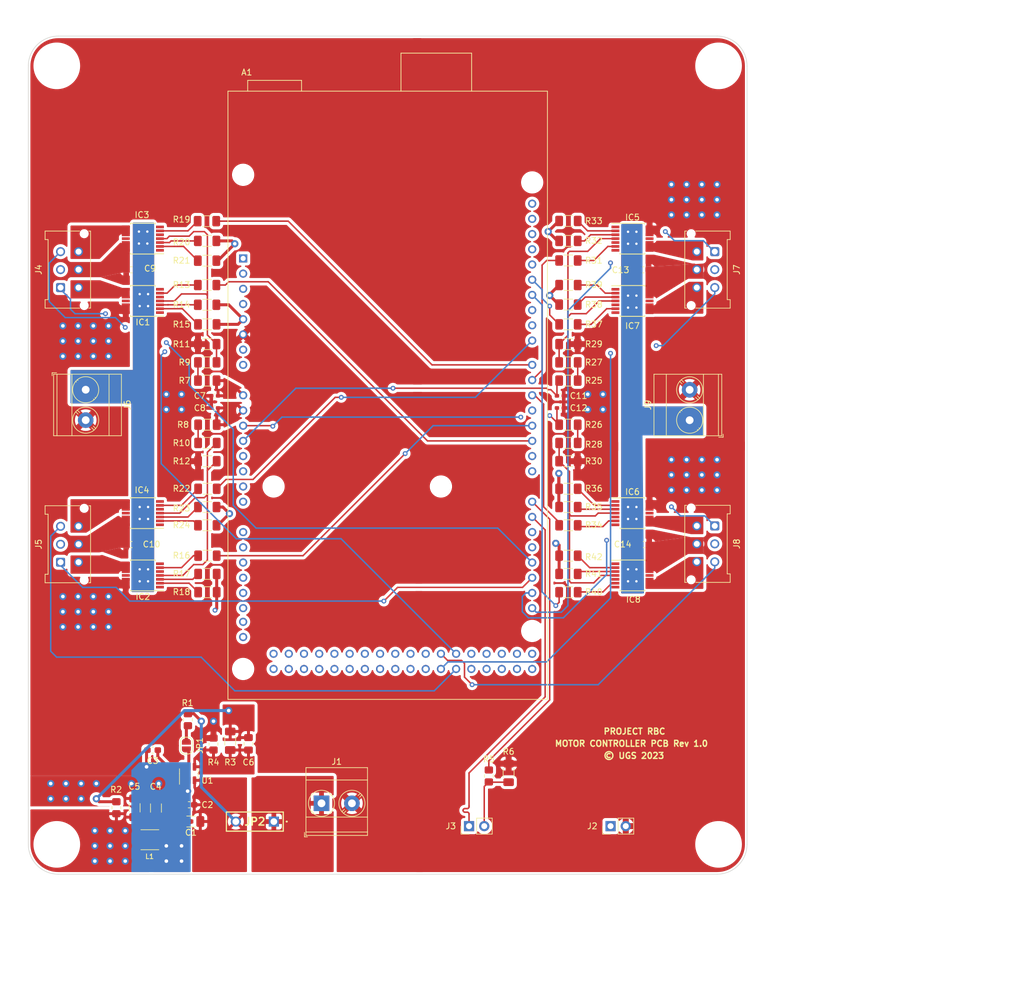
<source format=kicad_pcb>
(kicad_pcb (version 20221018) (generator pcbnew)
  (title_block (title "Project rbc Motor Controller") (rev "1.0"))
  (layers (0 "F.Cu" signal) (1 "In1.Cu" signal) (2 "In2.Cu" signal) (31 "B.Cu" signal) (34 "B.Paste" user) (35 "F.Paste" user) (36 "B.SilkS" user "B.Silkscreen") (37 "F.SilkS" user "F.Silkscreen") (38 "B.Mask" user) (39 "F.Mask" user) (44 "Edge.Cuts" user))
  (net 0 "")
  (net 1 "+BATT")
  (net 2 "GND")
  (net 3 "Net-(U1-BOOT)")
  (net 4 "Net-(U1-SW)")
  (net 5 "+5V")
  (net 6 "Net-(C6-Pad1)")
  (net 7 "Net-(U1-FB)")
  (net 8 "1_IS")
  (net 9 "2_IS")
  (net 10 "+12V")
  (net 11 "4_IS")
  (net 12 "3_IS")
  (net 13 "+12P")
  (net 15 "Net-(IC1-EN)")
  (net 16 "Net-(IC1-DEN)")
  (net 17 "Net-(IC1-IS)")
  (net 19 "Net-(IC1-IN)")
  (net 21 "1_LOUT")
  (net 24 "Net-(IC2-EN)")
  (net 25 "Net-(IC2-DEN)")
  (net 26 "Net-(IC2-IS)")
  (net 28 "Net-(IC2-IN)")
  (net 30 "2_LOUT")
  (net 33 "Net-(IC3-EN)")
  (net 34 "Net-(IC3-DEN)")
  (net 36 "Net-(IC3-IN)")
  (net 38 "1_ROUT")
  (net 41 "Net-(IC4-EN)")
  (net 42 "Net-(IC4-DEN)")
  (net 44 "Net-(IC4-IN)")
  (net 46 "2_ROUT")
  (net 49 "Net-(IC5-EN)")
  (net 50 "Net-(IC5-DEN)")
  (net 51 "Net-(IC5-IS)")
  (net 53 "Net-(IC5-IN)")
  (net 55 "4_LOUT")
  (net 58 "Net-(IC6-EN)")
  (net 59 "Net-(IC6-DEN)")
  (net 60 "Net-(IC6-IS)")
  (net 62 "Net-(IC6-IN)")
  (net 64 "3_LOUT")
  (net 67 "Net-(IC7-EN)")
  (net 68 "Net-(IC7-DEN)")
  (net 70 "Net-(IC7-IN)")
  (net 72 "4_ROUT")
  (net 75 "Net-(IC8-EN)")
  (net 76 "Net-(IC8-DEN)")
  (net 78 "Net-(IC8-IN)")
  (net 80 "3_ROUT")
  (net 82 "Net-(J1-Pin_1)")
  (net 83 "PI_TX")
  (net 84 "PI_RX")
  (net 85 "2_HALL_A")
  (net 86 "2_HALL_B")
  (net 87 "1_HALL_A")
  (net 88 "1_HALL_B")
  (net 89 "4_HALL_A")
  (net 90 "4_HALL_B")
  (net 91 "3_HALL_A")
  (net 92 "3_HALL_B")
  (net 93 "Net-(A1-Pad14)")
  (net 94 "Net-(R7-Pad1)")
  (net 95 "Net-(R10-Pad2)")
  (net 96 "1_LPWM")
  (net 97 "2_LPWM")
  (net 98 "1_RPWM")
  (net 99 "2_RPWM")
  (net 100 "Net-(R25-Pad1)")
  (net 101 "Net-(R26-Pad1)")
  (net 102 "4_LPWM")
  (net 103 "3_LPWM")
  (net 104 "4_RPWM")
  (net 105 "3_RPWM")
  (net 168 "Net-(JP1-A)")
  (net 169 "Net-(JP1-B)")
  (footprint "Connector_Molex:Molex_Micro-Fit_3.0_43045-0612_2x03_P3.00mm_Vertical" (layer "F.Cu") (at 163.2 56.038 -90)
    (fp_text reference "J7")
    (fp_text value "Conn_01x06_Pin")
  )
  (footprint "Resistor_SMD:R_0805_2012Metric_Pad1.20x1.40mm_HandSolder" (layer "F.Cu") (at 75.234 134.227 -90)
    (fp_text reference "R1")
    (fp_text value "510k")
  )
  (footprint "rbc Custom Library:Infineon_PG-TSDSO-14-22_custom" (layer "F.Cu") (at 149.461 64.274)
    (fp_text reference "IC7")
    (fp_text value "BTN70301EPAXUMA1")
  )
  (footprint "Capacitor_SMD:C_0402_1005Metric_Pad0.74x0.62mm_HandSolder" (layer "F.Cu") (at 137.418 80.12)
    (fp_text reference "C11")
    (fp_text value "220pF")
  )
  (footprint "Capacitor_SMD:C_1206_3216Metric_Pad1.33x1.80mm_HandSolder" (layer "F.Cu") (at 75.742 151.229 180)
    (fp_text reference "C1")
    (fp_text value "10uF")
  )
  (footprint "rbc Custom Library:Infineon_PG-TSDSO-14-22_custom" (layer "F.Cu") (at 149.461 110.124)
    (fp_text reference "IC8")
    (fp_text value "BTN70301EPAXUMA1")
  )
  (footprint "Capacitor_SMD:C_0402_1005Metric_Pad0.74x0.62mm_HandSolder" (layer "F.Cu") (at 79.7005 80.12 180)
    (fp_text reference "C7")
    (fp_text value "220pF")
  )
  (footprint "Resistor_SMD:R_0805_2012Metric_Pad1.20x1.40mm_HandSolder" (layer "F.Cu") (at 79.506 138.291 90)
    (fp_text reference "R4")
    (fp_text value "13.3k")
  )
  (footprint "Resistor_SMD:R_1206_3216Metric_Pad1.30x1.75mm_HandSolder" (layer "F.Cu") (at 138.764 71.484 180)
    (fp_text reference "R29")
    (fp_text value "1k2")
  )
  (footprint "Capacitor_SMD:C_0402_1005Metric_Pad0.74x0.62mm_HandSolder" (layer "F.Cu") (at 79.7005 82.152 180)
    (fp_text reference "C8")
    (fp_text value "220pF")
  )
  (footprint "TerminalBlock_Phoenix:TerminalBlock_Phoenix_MKDS-3-2-5.08_1x02_P5.08mm_Horizontal" (layer "F.Cu") (at 58.17 79.104 -90)
    (fp_text reference "J6")
    (fp_text value "Conn_01x02_Pin")
  )
  (footprint "Resistor_SMD:R_1206_3216Metric_Pad1.30x1.75mm_HandSolder" (layer "F.Cu") (at 138.764 54.246)
    (fp_text reference "R32")
    (fp_text value "4k7")
  )
  (footprint "Resistor_SMD:R_1206_3216Metric_Pad1.30x1.75mm_HandSolder" (layer "F.Cu") (at 138.764 91.042 180)
    (fp_text reference "R30")
    (fp_text value "1k2")
  )
  (footprint "Package_TO_SOT_SMD:SOT-23-6" (layer "F.Cu") (at 75.388 143.218 90)
    (fp_text reference "U1")
    (fp_text value "TPS54202DDC")
  )
  (footprint "TerminalBlock_Phoenix:TerminalBlock_Phoenix_MKDS-3-2-5.08_1x02_P5.08mm_Horizontal" (layer "F.Cu") (at 97.54 148.192)
    (fp_text reference "J1")
    (fp_text value "Conn_01x02_Pin")
  )
  (footprint "Resistor_SMD:R_1206_3216Metric_Pad1.30x1.75mm_HandSolder" (layer "F.Cu") (at 138.764 68.182)
    (fp_text reference "R37")
    (fp_text value "4k7")
  )
  (footprint "Capacitor_SMD:C_0805_2012Metric_Pad1.18x1.45mm_HandSolder" (layer "F.Cu") (at 85.348 138.2535 -90)
    (fp_text reference "C6")
    (fp_text value "75pF")
  )
  (footprint "Resistor_SMD:R_1206_3216Metric_Pad1.30x1.75mm_HandSolder" (layer "F.Cu") (at 78.464 71.484)
    (fp_text reference "R11")
    (fp_text value "1k2")
  )
  (footprint "Resistor_SMD:R_1206_3216Metric_Pad1.30x1.75mm_HandSolder" (layer "F.Cu") (at 78.438 57.548)
    (fp_text reference "R21")
    (fp_text value "4k7")
  )
  (footprint "Resistor_SMD:R_1206_3216Metric_Pad1.30x1.75mm_HandSolder" (layer "F.Cu") (at 78.464 98.7)
    (fp_text reference "R23")
    (fp_text value "4k7")
  )
  (footprint "Resistor_SMD:R_1206_3216Metric_Pad1.30x1.75mm_HandSolder" (layer "F.Cu") (at 78.49 106.828 180)
    (fp_text reference "R16")
    (fp_text value "4k7")
  )
  (footprint "Resistor_SMD:R_0805_2012Metric_Pad1.20x1.40mm_HandSolder" (layer "F.Cu") (at 125.48 143.62 -90)
    (fp_text reference "R5")
    (fp_text value "1k6")
  )
  (footprint "rbc Custom Library:Infineon_PG-TSDSO-14-22_custom" (layer "F.Cu") (at 67.715 110.124 180)
    (fp_text reference "IC2")
    (fp_text value "BTN70301EPAXUMA1")
  )
  (footprint "Resistor_SMD:R_1206_3216Metric_Pad1.30x1.75mm_HandSolder" (layer "F.Cu") (at 138.764 57.514)
    (fp_text reference "R31")
    (fp_text value "4k7")
  )
  (footprint "Capacitor_SMD:C_0402_1005Metric_Pad0.74x0.62mm_HandSolder" (layer "F.Cu") (at 137.418 82.152)
    (fp_text reference "C12")
    (fp_text value "220pF")
  )
  (footprint "Resistor_SMD:R_1206_3216Metric_Pad1.30x1.75mm_HandSolder" (layer "F.Cu") (at 78.464 77.58)
    (fp_text reference "R7")
    (fp_text value "4k7")
  )
  (footprint "MountingHole:MountingHole_4.3mm_M4" (layer "F.Cu") (at 163.834 25.002)
    (fp_text reference "REF**")
    (fp_text value "MountingHole_4.3mm_M4")
  )
  (footprint "rbc Custom Library:Infineon_PG-TSDSO-14-22_custom" (layer "F.Cu") (at 149.461 99.716)
    (fp_text reference "IC6")
    (fp_text value "BTN70301EPAXUMA1")
  )
  (footprint "Resistor_SMD:R_1206_3216Metric_Pad1.30x1.75mm_HandSolder" (layer "F.Cu") (at 78.49 112.924 180)
    (fp_text reference "R18")
    (fp_text value "4k7")
  )
  (footprint "Resistor_SMD:R_1206_3216Metric_Pad1.30x1.75mm_HandSolder" (layer "F.Cu") (at 138.764 74.532)
    (fp_text reference "R27")
    (fp_text value "4k7")
  )
  (footprint "Capacitor_SMD:C_0603_1608Metric_Pad1.08x0.95mm_HandSolder" (layer "F.Cu") (at 65.79 59.07 180)
    (fp_text reference "C9")
    (fp_text value "100nF")
  )
  (footprint "Resistor_SMD:R_1206_3216Metric_Pad1.30x1.75mm_HandSolder" (layer "F.Cu") (at 138.764 77.58 180)
    (fp_text reference "R25")
    (fp_text value "4k7")
  )
  (footprint "Connector_PinHeader_2.54mm:PinHeader_1x02_P2.54mm_Vertical" (layer "F.Cu") (at 145.8 152.002 90)
    (fp_text reference "J2")
    (fp_text value "Conn_01x02_Pin")
  )
  (footprint "Resistor_SMD:R_1206_3216Metric_Pad1.30x1.75mm_HandSolder" (layer "F.Cu") (at 138.764 64.88 180)
    (fp_text reference "R38")
    (fp_text value "4k7")
  )
  (footprint "Jumper:SolderJumper-2_P1.3mm_Open_RoundedPad1.0x1.5mm" (layer "F.Cu") (at 74.98 138.545 -90)
    (fp_text reference "JP1")
    (fp_text value "SolderJumper_2_Open")
  )
  (footprint "Capacitor_SMD:C_0603_1608Metric_Pad1.08x0.95mm_HandSolder" (layer "F.Cu") (at 151.2875 59.07 180)
    (fp_text reference "C13")
    (fp_text value "100nF")
  )
  (footprint "MountingHole:MountingHole_4.3mm_M4" (layer "F.Cu") (at 53.344 25.002)
    (fp_text reference "REF**")
    (fp_text value "MountingHole_4.3mm_M4")
  )
  (footprint "Connector_Molex:Molex_Micro-Fit_3.0_43045-0612_2x03_P3.00mm_Vertical" (layer "F.Cu") (at 163.2 101.854 -90)
    (fp_text reference "J8")
    (fp_text value "Conn_01x06_Pin")
  )
  (footprint "rbc Custom Library:Infineon_PG-TSDSO-14-22_custom" (layer "F.Cu") (at 67.715 99.716 180)
    (fp_text reference "IC4")
    (fp_text value "BTN70301EPAXUMA1")
  )
  (footprint "Connector_PinHeader_2.54mm:PinHeader_1x02_P2.54mm_Vertical" (layer "F.Cu") (at 122.173 152.002 90)
    (fp_text reference "J3")
    (fp_text value "Conn_01x02_Pin")
  )
  (footprint "rbc Custom Library:Infineon_PG-TSDSO-14-22_custom" (layer "F.Cu") (at 149.461 53.866)
    (fp_text reference "IC5")
    (fp_text value "BTN70301EPAXUMA1")
  )
  (footprint "Resistor_SMD:R_1206_3216Metric_Pad1.30x1.75mm_HandSolder" (layer "F.Cu") (at 78.438 54.246)
    (fp_text reference "R20")
    (fp_text value "4k7")
  )
  (footprint "Resistor_SMD:R_1206_3216Metric_Pad1.30x1.75mm_HandSolder" (layer "F.Cu") (at 78.464 101.748)
    (fp_text reference "R24")
    (fp_text value "4k7")
  )
  (footprint "Resistor_SMD:R_1206_3216Metric_Pad1.30x1.75mm_HandSolder" (layer "F.Cu") (at 78.412 50.944 180)
    (fp_text reference "R19")
    (fp_text value "4k7")
  )
  (footprint "Resistor_SMD:R_1206_3216Metric_Pad1.30x1.75mm_HandSolder" (layer "F.Cu") (at 138.764 101.748)
    (fp_text reference "R34")
    (fp_text value "4k7")
  )
  (footprint "Resistor_SMD:R_1206_3216Metric_Pad1.30x1.75mm_HandSolder" (layer "F.Cu") (at 138.764 106.828 180)
    (fp_text reference "R42")
    (fp_text value "4k7")
  )
  (footprint "Resistor_SMD:R_1206_3216Metric_Pad1.30x1.75mm_HandSolder" (layer "F.Cu") (at 138.764 112.924)
    (fp_text reference "R40")
    (fp_text value "4k7")
  )
  (footprint "Resistor_SMD:R_1206_3216Metric_Pad1.30x1.75mm_HandSolder" (layer "F.Cu") (at 78.49 109.876 180)
    (fp_text reference "R17")
    (fp_text value "4k7")
  )
  (footprint "SamacSys_Parts:D308798" (layer "F.Cu") (at 89.585 151.245 180)
    (fp_text reference "JP2")
    (fp_text value "D3087-98" hide)
  )
  (footprint "Resistor_SMD:R_1206_3216Metric_Pad1.30x1.75mm_HandSolder" (layer "F.Cu") (at 138.764 109.876 180)
    (fp_text reference "R41")
    (fp_text value "4k7")
  )
  (footprint "TerminalBlock_Phoenix:TerminalBlock_Phoenix_MKDS-3-2-5.08_1x02_P5.08mm_Horizontal" (layer "F.Cu") (at 159.006 84.194 90)
    (fp_text reference "J9")
    (fp_text value "Conn_01x02_Pin")
  )
  (footprint "Connector_Molex:Molex_Micro-Fit_3.0_43045-0612_2x03_P3.00mm_Vertical" (layer "F.Cu") (at 53.976 107.916 90)
    (fp_text reference "J5")
    (fp_text value "Conn_01x06_Pin")
  )
  (footprint "Resistor_SMD:R_1206_3216Metric_Pad1.30x1.75mm_HandSolder" (layer "F.Cu") (at 138.764 50.91)
    (fp_text reference "R33")
    (fp_text value "4k7")
  )
  (footprint "Resistor_SMD:R_1206_3216Metric_Pad1.30x1.75mm_HandSolder" (layer "F.Cu") (at 78.464 74.532 180)
    (fp_text reference "R9")
    (fp_text value "4k7")
  )
  (footprint "Resistor_SMD:R_1206_3216Metric_Pad1.30x1.75mm_HandSolder" (layer "F.Cu") (at 138.764 87.994)
    (fp_text reference "R28")
    (fp_text value "4k7")
  )
  (footprint "Resistor_SMD:R_1206_3216Metric_Pad1.30x1.75mm_HandSolder" (layer "F.Cu") (at 78.49 91.042)
    (fp_text reference "R12")
    (fp_text value "1k2")
  )
  (footprint "Resistor_SMD:R_1206_3216Metric_Pad1.30x1.75mm_HandSolder" (layer "F.Cu") (at 78.49 84.946)
    (fp_text reference "R8")
    (fp_text value "4k7")
  )
  (footprint "Capacitor_SMD:C_1206_3216Metric_Pad1.33x1.80mm_HandSolder" (layer "F.Cu") (at 69.9 148.9815 90)
    (fp_text reference "C4")
    (fp_text value "22uF")
  )
  (footprint "Capacitor_SMD:C_0603_1608Metric_Pad1.08x0.95mm_HandSolder" (layer "F.Cu") (at 75.426 148.435 180)
    (fp_text reference "C2")
    (fp_text value "0.1uF")
  )
  (footprint "Connector_Molex:Molex_Micro-Fit_3.0_43045-0612_2x03_P3.00mm_Vertical" (layer "F.Cu") (at 53.976 62.038 90)
    (fp_text reference "J4")
    (fp_text value "Conn_01x06_Pin")
  )
  (footprint "Resistor_SMD:R_1206_3216Metric_Pad1.30x1.75mm_HandSolder" (layer "F.Cu") (at 78.464 68.182 180)
    (fp_text reference "R15")
    (fp_text value "4k7")
  )
  (footprint "Resistor_SMD:R_1206_3216Metric_Pad1.30x1.75mm_HandSolder" (layer "F.Cu") (at 78.438 64.914 180)
    (fp_text reference "R14")
    (fp_text value "4k7")
  )
  (footprint "A000067:ARDUINO_A000067" (layer "F.Cu") (at 108.588 80.03)
    (fp_text reference "A1")
    (fp_text value "A000067")
  )
  (footprint "Resistor_SMD:R_1206_3216Metric_Pad1.30x1.75mm_HandSolder" (layer "F.Cu") (at 138.764 61.612 180)
    (fp_text reference "R39")
    (fp_text value "4k7")
  )
  (footprint "MountingHole:MountingHole_4.3mm_M4" (layer "F.Cu") (at 53.344 155.05)
    (fp_text reference "REF**")
    (fp_text value "MountingHole_4.3mm_M4")
  )
  (footprint "Resistor_SMD:R_1206_3216Metric_Pad1.30x1.75mm_HandSolder" (layer "F.Cu") (at 78.438 61.612 180)
    (fp_text reference "R13")
    (fp_text value "4k7")
  )
  (footprint "Capacitor_SMD:C_0603_1608Metric_Pad1.08x0.95mm_HandSolder" (layer "F.Cu") (at 151.388 104.968 180)
    (fp_text reference "C14")
    (fp_text value "100nF")
  )
  (footprint "MountingHole:MountingHole_4.3mm_M4" (layer "F.Cu") (at 163.834 155.05)
    (fp_text reference "REF**" hide)
    (fp_text value "MountingHole_4.3mm_M4")
  )
  (footprint "Capacitor_SMD:C_1206_3216Metric_Pad1.33x1.80mm_HandSolder" (layer "F.Cu") (at 66.344 148.943 90)
    (fp_text reference "C5")
    (fp_text value "22uF")
  )
  (footprint "LQH3NPH150MMEL:IND_LQH3NPH150MMEL" (layer "F.Cu") (at 68.884 154.277 180)
    (fp_text reference "L1")
    (fp_text value "15uH")
  )
  (footprint "Resistor_SMD:R_1206_3216Metric_Pad1.30x1.75mm_HandSolder" (layer "F.Cu") (at 78.49 95.652 180)
    (fp_text reference "R22")
    (fp_text value "4k7")
  )
  (footprint "Capacitor_SMD:C_0603_1608Metric_Pad1.08x0.95mm_HandSolder" (layer "F.Cu") (at 65.79 104.968)
    (fp_text reference "C10")
    (fp_text value "100nF")
  )
  (footprint "Resistor_SMD:R_1206_3216Metric_Pad1.30x1.75mm_HandSolder" (layer "F.Cu") (at 128.782 143.112 90)
    (fp_text reference "R6")
    (fp_text value "3k3")
  )
  (footprint "Resistor_SMD:R_1206_3216Metric_Pad1.30x1.75mm_HandSolder" (layer "F.Cu") (at 138.764 95.652)
    (fp_text reference "R36")
    (fp_text value "4k7")
  )
  (footprint "rbc Custom Library:Infineon_PG-TSDSO-14-22_custom" (layer "F.Cu") (at 67.715 53.866 180)
    (fp_text reference "IC3")
    (fp_text value "BTN70301EPAXUMA1")
  )
  (footprint "Resistor_SMD:R_1206_3216Metric_Pad1.30x1.75mm_HandSolder" (layer "F.Cu") (at 138.764 84.946 180)
    (fp_text reference "R26")
    (fp_text value "4k7")
  )
  (footprint "Resistor_SMD:R_1206_3216Metric_Pad1.30x1.75mm_HandSolder" (layer "F.Cu") (at 82.3 137.741 -90)
    (fp_text reference "R3")
    (fp_text value "100k")
  )
  (footprint "Resistor_SMD:R_1206_3216Metric_Pad1.30x1.75mm_HandSolder" (layer "F.Cu") (at 138.764 98.7)
    (fp_text reference "R35")
    (fp_text value "4k7")
  )
  (footprint "Resistor_SMD:R_1206_3216Metric_Pad1.30x1.75mm_HandSolder" (layer "F.Cu") (at 78.49 87.994 180)
    (fp_text reference "R10")
    (fp_text value "4k7")
  )
  (footprint "rbc Custom Library:Infineon_PG-TSDSO-14-22_custom" (layer "F.Cu") (at 67.715 64.274 180)
    (fp_text reference "IC1")
    (fp_text value "BTN70301EPAXUMA1")
  )
  (footprint "Capacitor_SMD:C_0603_1608Metric_Pad1.08x0.95mm_HandSolder" (layer "F.Cu") (at 69.346 139.302 180)
    (fp_text reference "C3")
    (fp_text value "0.1uF")
  )
  (footprint "Resistor_SMD:R_0805_2012Metric_Pad1.20x1.40mm_HandSolder" (layer "F.Cu") (at 63.296 148.927 90)
    (fp_text reference "R2")
    (fp_text value "49.9")
  )
  (gr_circle (center 53.344 25.002) (end 53.344 25.002) (stroke (width 0.2)) (fill none) (layer "F.Cu"))
  (gr_circle (center 53.344 25.002) (end 53.344 25.002) (stroke (width 0.2)) (fill none) (layer "F.Cu"))
  (gr_arc (start 53.588 160.03) (mid 50.052466 158.565534) (end 48.588 155.03) (stroke (width 0.1)) (layer "Edge.Cuts"))
  (gr_arc (start 168.588 155.03) (mid 167.123534 158.565534) (end 163.588 160.03) (stroke (width 0.1)) (layer "Edge.Cuts"))
  (gr_arc (start 48.588 25.03) (mid 50.052466 21.494466) (end 53.588 20.03) (stroke (width 0.1)) (layer "Edge.Cuts"))
  (gr_line (start 48.588 155.03) (end 48.588 25.03) (stroke (width 0.1)) (layer "Edge.Cuts"))
  (gr_arc (start 163.588 20.03) (mid 167.123534 21.494466) (end 168.588 25.03) (stroke (width 0.1)) (layer "Edge.Cuts"))
  (gr_line (start 163.588 160.03) (end 53.588 160.03) (stroke (width 0.1)) (layer "Edge.Cuts"))
  (gr_line (start 168.588 25.03) (end 168.588 155.03) (stroke (width 0.1)) (layer "Edge.Cuts"))
  (gr_line (start 53.588 20.03) (end 163.588 20.03) (stroke (width 0.1)) (layer "Edge.Cuts"))
  (gr_text "© UGS 2023" (at 144.53 140.826) (layer "F.SilkS") (effects (font (size 1 1) (thickness 0.22) bold) (justify left bottom)))
  (gr_text "MOTOR CONTROLLER PCB Rev 1.0" (at 136.402 138.794) (layer "F.SilkS") (effects (font (size 1 1) (thickness 0.22) bold) (justify left bottom)))
  (gr_text "PROJECT RBC" (at 144.53 136.762) (layer "F.SilkS") (effects (font (size 1 1) (thickness 0.22) bold) (justify left bottom)))
  (segment (start 77.474 134.476) (end 76.225 133.227) (width 0.5) (layer "F.Cu") (net 1))
  (segment (start 76.225 133.227) (end 75.234 133.227) (width 0.5) (layer "F.Cu") (net 1))
  (via (at 77.474 134.476) (size 1.2) (drill 0.6) (layers "F.Cu" "B.Cu") (net 1))
  (segment (start 77.474 145.484) (end 83.235 151.245) (width 0.5) (layer "B.Cu") (net 1))
  (segment (start 77.474 134.476) (end 77.474 145.484) (width 0.5) (layer "B.Cu") (net 1))
  (segment (start 79.506 137.291) (end 79.506 134.476) (width 0.5) (layer "F.Cu") (net 2))
  (segment (start 64.87 55.166) (end 64.87 55.816) (width 0.5) (layer "F.Cu") (net 2))
  (segment (start 79.506 134.476) (end 79.506 134.984) (width 0.5) (layer "F.Cu") (net 2))
  (via (at 161.04 93.328) (size 1.2) (drill 0.6) (layers "F.Cu" "B.Cu") (net 2))
  (via (at 144.53 82.406) (size 1.2) (drill 0.6) (layers "F.Cu" "B.Cu") (net 2))
  (via (at 71.632 79.866) (size 1.2) (drill 0.6) (layers "F.Cu" "B.Cu") (net 2))
  (via (at 158.5 90.788) (size 1.2) (drill 0.6) (layers "F.Cu" "B.Cu") (net 2))
  (via (at 61.98 118.728) (size 1.2) (drill 0.6) (layers "F.Cu" "B.Cu") (net 2))
  (via (at 56.9 118.728) (size 1.2) (drill 0.6) (layers "F.Cu" "B.Cu") (net 2))
  (via (at 59.44 70.976) (size 1.2) (drill 0.6) (layers "F.Cu" "B.Cu") (net 2))
  (via (at 65.79 144.89) (size 1.2) (drill 0.6) (layers "F.Cu" "B.Cu") (net 2))
  (via (at 61.98 70.976) (size 1.2) (drill 0.6) (layers "F.Cu" "B.Cu") (net 2))
  (via (at 74.172 79.866) (size 1.2) (drill 0.6) (layers "F.Cu" "B.Cu") (net 2))
  (via (at 163.58 90.788) (size 1.2) (drill 0.6) (layers "F.Cu" "B.Cu") (net 2))
  (via (at 158.5 95.868) (size 1.2) (drill 0.6) (layers "F.Cu" "B.Cu") (net 2))
  (via (at 61.98 113.648) (size 1.2) (drill 0.6) (layers "F.Cu" "B.Cu") (net 2))
  (via (at 163.58 49.894) (size 1.2) (drill 0.6) (layers "F.Cu" "B.Cu") (net 2))
  (via (at 54.36 68.436) (size 1.2) (drill 0.6) (layers "F.Cu" "B.Cu") (net 2))
  (via (at 155.96 47.354) (size 1.2) (drill 0.6) (layers "F.Cu" "B.Cu") (net 2))
  (via (at 163.58 95.868) (size 1.2) (drill 0.6) (layers "F.Cu" "B.Cu") (net 2))
  (via (at 158.5 93.328) (size 1.2) (drill 0.6) (layers "F.Cu" "B.Cu") (net 2))
  (via (at 163.58 93.328) (size 1.2) (drill 0.6) (layers "F.Cu" "B.Cu") (net 2))
  (via (at 54.36 118.728) (size 1.2) (drill 0.6) (layers "F.Cu" "B.Cu") (net 2))
  (via (at 158.5 47.354) (size 1.2) (drill 0.6) (layers "F.Cu" "B.Cu") (net 2))
  (via (at 57.408 147.43) (size 1.2) (drill 0.6) (layers "F.Cu" "B.Cu") (net 2))
  (via (at 59.44 68.436) (size 1.2) (drill 0.6) (layers "F.Cu" "B.Cu") (net 2))
  (via (at 59.44 113.648) (size 1.2) (drill 0.6) (layers "F.Cu" "B.Cu") (net 2))
  (via (at 54.868 144.89) (size 1.2) (drill 0.6) (layers "F.Cu" "B.Cu") (net 2))
  (via (at 161.04 47.354) (size 1.2) (drill 0.6) (layers "F.Cu" "B.Cu") (net 2))
  (via (at 54.36 113.648) (size 1.2) (drill 0.6) (layers "F.Cu" "B.Cu") (net 2))
  (via (at 79.506 134.476) (size 1.2) (drill 0.6) (layers "F.Cu" "B.Cu") (net 2))
  (via (at 52.328 144.89) (size 1.2) (drill 0.6) (layers "F.Cu" "B.Cu") (net 2))
  (via (at 155.96 44.814) (size 1.2) (drill 0.6) (layers "F.Cu" "B.Cu") (net 2))
  (via (at 56.9 73.516) (size 1.2) (drill 0.6) (layers "F.Cu" "B.Cu") (net 2))
  (via (at 54.36 70.976) (size 1.2) (drill 0.6) (layers "F.Cu" "B.Cu") (net 2))
  (via (at 52.328 147.43) (size 1.2) (drill 0.6) (layers "F.Cu" "B.Cu") (net 2))
  (via (at 59.948 144.89) (size 1.2) (drill 0.6) (layers "F.Cu" "B.Cu") (net 2))
  (via (at 158.5 44.814) (size 1.2) (drill 0.6) (layers "F.Cu" "B.Cu") (net 2))
  (via (at 161.04 95.868) (size 1.2) (drill 0.6) (layers "F.Cu" "B.Cu") (net 2))
  (via (at 56.9 68.436) (size 1.2) (drill 0.6) (layers "F.Cu" "B.Cu") (net 2))
  (via (at 163.58 47.354) (size 1.2) (drill 0.6) (layers "F.Cu" "B.Cu") (net 2))
  (via (at 141.99 82.406) (size 1.2) (drill 0.6) (layers "F.Cu" "B.Cu") (net 2))
  (via (at 54.36 73.516) (size 1.2) (drill 0.6) (layers "F.Cu" "B.Cu") (net 2))
  (via (at 56.9 70.976) (size 1.2) (drill 0.6) (layers "F.Cu" "B.Cu") (net 2))
  (via (at 57.408 144.89) (size 1.2) (drill 0.6) (layers "F.Cu" "B.Cu") (net 2))
  (via (at 161.04 49.894) (size 1.2) (drill 0.6) (layers "F.Cu" "B.Cu") (net 2))
  (via (at 56.9 113.648) (size 1.2) (drill 0.6) (layers "F.Cu" "B.Cu") (net 2))
  (via (at 61.98 68.436) (size 1.2) (drill 0.6) (layers "F.Cu" "B.Cu") (net 2))
  (via (at 141.99 79.866) (size 1.2) (drill 0.6) (layers "F.Cu" "B.Cu") (net 2))
  (via (at 74.172 82.406) (size 1.2) (drill 0.6) (layers "F.Cu" "B.Cu") (net 2))
  (via (at 161.04 44.814) (size 1.2) (drill 0.6) (layers "F.Cu" "B.Cu") (net 2))
  (via (at 155.96 90.788) (size 1.2) (drill 0.6) (layers "F.Cu" "B.Cu") (net 2))
  (via (at 71.632 82.406) (size 1.2) (drill 0.6) (layers "F.Cu" "B.Cu") (net 2))
  (via (at 155.96 93.328) (size 1.2) (drill 0.6) (layers "F.Cu" "B.Cu") (net 2))
  (via (at 158.5 49.894) (size 1.2) (drill 0.6) (layers "F.Cu" "B.Cu") (net 2))
  (via (at 59.44 116.188) (size 1.2) (drill 0.6) (layers "F.Cu" "B.Cu") (net 2))
  (via (at 161.04 90.788) (size 1.2) (drill 0.6) (layers "F.Cu" "B.Cu") (net 2))
  (via (at 155.96 49.894) (size 1.2) (drill 0.6) (layers "F.Cu" "B.Cu") (net 2))
  (via (at 59.44 73.516) (size 1.2) (drill 0.6) (layers "F.Cu" "B.Cu") (net 2))
  (via (at 61.98 73.516) (size 1.2) (drill 0.6) (layers "F.Cu" "B.Cu") (net 2))
  (via (at 163.58 44.814) (size 1.2) (drill 0.6) (layers "F.Cu" "B.Cu") (net 2))
  (via (at 56.9 116.188) (size 1.2) (drill 0.6) (layers "F.Cu" "B.Cu") (net 2))
  (via (at 54.868 147.43) (size 1.2) (drill 0.6) (layers "F.Cu" "B.Cu") (net 2))
  (via (at 70.362 144.89) (size 1.2) (drill 0.6) (layers "F.Cu" "B.Cu") (net 2))
  (via (at 61.98 116.188) (size 1.2) (drill 0.6) (layers "F.Cu" "B.Cu") (net 2))
  (via (at 155.96 95.868) (size 1.2) (drill 0.6) (layers "F.Cu" "B.Cu") (net 2))
  (via (at 54.36 116.188) (size 1.2) (drill 0.6) (layers "F.Cu" "B.Cu") (net 2))
  (via (at 144.53 79.866) (size 1.2) (drill 0.6) (layers "F.Cu" "B.Cu") (net 2))
  (via (at 59.44 118.728) (size 1.2) (drill 0.6) (layers "F.Cu" "B.Cu") (net 2))
  (segment (start 74.438 142.0805) (end 71.8705 142.0805) (width 0.5) (layer "F.Cu") (net 3))
  (segment (start 70.2085 140.4185) (end 70.2085 139.302) (width 0.5) (layer "F.Cu") (net 3))
  (segment (start 71.8705 142.0805) (end 70.2085 140.4185) (width 0.5) (layer "F.Cu") (net 3))
  (segment (start 68.33 142.096) (end 68.33 139.4555) (width 0.5) (layer "F.Cu") (net 4))
  (segment (start 75.188 146.16) (end 75.388 145.96) (width 0.5) (layer "F.Cu") (net 4))
  (segment (start 75.388 145.96) (end 75.388 144.3555) (width 0.5) (layer "F.Cu") (net 4))
  (segment (start 68.33 139.4555) (end 68.4835 139.302) (width 0.5) (layer "F.Cu") (net 4))
  (via (at 68.33 142.096) (size 1.2) (drill 0.6) (layers "F.Cu" "B.Cu") (net 4))
  (via (at 71.632 155.304) (size 1.2) (drill 0.6) (layers "F.Cu" "B.Cu") (net 4))
  (via (at 74.172 157.844) (size 1.2) (drill 0.6) (layers "F.Cu" "B.Cu") (net 4))
  (via (at 75.188 146.16) (size 1.2) (drill 0.6) (layers "F.Cu" "B.Cu") (net 4))
  (via (at 71.632 157.844) (size 1.2) (drill 0.6) (layers "F.Cu" "B.Cu") (net 4))
  (via (at 74.172 155.304) (size 1.2) (drill 0.6) (layers "F.Cu" "B.Cu") (net 4))
  (segment (start 82.173 99.805) (end 81.068 98.7) (width 0.5) (layer "F.Cu") (net 5))
  (segment (start 136.944 54.246) (end 135.386 52.688) (width 0.5) (layer "F.Cu") (net 5))
  (segment (start 137.164 50.91) (end 137.214 50.91) (width 0.5) (layer "F.Cu") (net 5))
  (segment (start 137.164 98.65) (end 137.214 98.7) (width 0.5) (layer "F.Cu") (net 5))
  (segment (start 82.042 64.914) (end 84.458 67.33) (width 0.5) (layer "F.Cu") (net 5))
  (segment (start 80.234 57.548) (end 79.988 57.548) (width 0.5) (layer "F.Cu") (net 5))
  (segment (start 135.64 63.356) (end 137.164 64.88) (width 0.5) (layer "F.Cu") (net 5))
  (segment (start 83.606 68.182) (end 84.458 67.33) (width 0.5) (layer "F.Cu") (net 5))
  (segment (start 82.588 54.246) (end 79.988 54.246) (width 0.5) (layer "F.Cu") (net 5))
  (segment (start 80.04 115.654) (end 79.76 115.934) (width 0.5) (layer "F.Cu") (net 5))
  (segment (start 137.164 95.602) (end 137.214 95.652) (width 0.5) (layer "F.Cu") (net 5))
  (segment (start 135.386 52.688) (end 137.164 50.91) (width 0.5) (layer "F.Cu") (net 5))
  (segment (start 81.068 98.7) (end 80.014 98.7) (width 0.5) (layer "F.Cu") (net 5))
  (segment (start 79.988 64.914) (end 82.042 64.914) (width 0.5) (layer "F.Cu") (net 5))
  (segment (start 80.014 68.182) (end 83.606 68.182) (width 0.5) (layer "F.Cu") (net 5))
  (segment (start 80.04 112.924) (end 80.04 115.654) (width 0.5) (layer "F.Cu") (net 5))
  (segment (start 137.214 109.876) (end 137.214 106.828) (width 0.5) (layer "F.Cu") (net 5))
  (segment (start 137.214 54.246) (end 136.944 54.246) (width 0.5) (layer "F.Cu") (net 5))
  (segment (start 137.164 64.88) (end 137.214 64.88) (width 0.5) (layer "F.Cu") (net 5))
  (segment (start 80.04 109.876) (end 80.04 112.924) (width 0.5) (layer "F.Cu") (net 5))
  (segment (start 137.164 93.074) (end 137.164 95.602) (width 0.5) (layer "F.Cu") (net 5))
  (segment (start 137.164 93.074) (end 137.164 98.65) (width 0.5) (layer "F.Cu") (net 5))
  (segment (start 137.214 106.828) (end 137.214 105.062) (width 0.5) (layer "F.Cu") (net 5))
  (segment (start 135.64 63.186) (end 137.214 61.612) (width 0.5) (layer "F.Cu") (net 5))
  (segment (start 135.64 63.356) (end 135.64 63.186) (width 0.5) (layer "F.Cu") (net 5))
  (segment (start 80.23 101.748) (end 80.014 101.748) (width 0.5) (layer "F.Cu") (net 5))
  (segment (start 137.214 105.062) (end 136.656 104.758) (width 0.5) (layer "F.Cu") (net 5))
  (segment (start 136.656 104.758) (end 136.91 104.758) (width 0.5) (layer "F.Cu") (net 5))
  (segment (start 82.173 99.805) (end 80.23 101.748) (width 0.5) (layer "F.Cu") (net 5))
  (segment (start 83.062 54.72) (end 82.588 54.246) (width 0.5) (layer "F.Cu") (net 5))
  (segment (start 83.062 54.72) (end 80.234 57.548) (width 0.5) (layer "F.Cu") (net 5))
  (via (at 59.694 155.304) (size 1.2) (drill 0.6) (layers "F.Cu" "B.Cu") (net 5))
  (via (at 135.386 52.688) (size 1.2) (drill 0.6) (layers "F.Cu" "B.Cu") (net 5))
  (via (at 59.694 152.764) (size 1.2) (drill 0.6) (layers "F.Cu" "B.Cu") (net 5))
  (via (at 62.234 152.764) (size 1.2) (drill 0.6) (layers "F.Cu" "B.Cu") (net 5))
  (via (at 79.76 115.934) (size 0.8) (drill 0.4) (layers "F.Cu" "B.Cu") (net 5))
  (via (at 62.234 157.844) (size 1.2) (drill 0.6) (layers "F.Cu" "B.Cu") (net 5))
  (via (at 64.774 152.764) (size 1.2) (drill 0.6) (layers "F.Cu" "B.Cu") (net 5))
  (via (at 137.164 93.074) (size 1.2) (drill 0.6) (layers "F.Cu" "B.Cu") (net 5))
  (via (at 83.062 54.72) (size 1.2) (drill 0.6) (layers "F.Cu" "B.Cu") (net 5))
  (via (at 64.774 157.844) (size 1.2) (drill 0.6) (layers "F.Cu" "B.Cu") (net 5))
  (via (at 59.694 157.844) (size 1.2) (drill 0.6) (layers "F.Cu" "B.Cu") (net 5))
  (via (at 136.656 104.758) (size 1.2) (drill 0.6) (layers "F.Cu" "B.Cu") (net 5))
  (via (at 62.234 155.304) (size 1.2) (drill 0.6) (layers "F.Cu" "B.Cu") (net 5))
  (via (at 82.173 99.805) (size 1.2) (drill 0.6) (layers "F.Cu" "B.Cu") (net 5))
  (via (at 135.64 63.356) (size 1.2) (drill 0.6) (layers "F.Cu" "B.Cu") (net 5))
  (via (at 64.774 155.304) (size 1.2) (drill 0.6) (layers "F.Cu" "B.Cu") (net 5))
  (segment (start 60.445 147.927) (end 59.948 147.43) (width 0.5) (layer "F.Cu") (net 6))
  (segment (start 63.296 147.927) (end 60.445 147.927) (width 0.5) (layer "F.Cu") (net 6))
  (via (at 59.948 147.43) (size 1.2) (drill 0.6) (layers "F.Cu" "B.Cu") (net 6))
  (via (at 82.046 132.698) (size 1.2) (drill 0.6) (layers "F.Cu" "B.Cu") (net 6))
  (segment (start 59.948 147.43) (end 74.68 132.698) (width 0.5) (layer "B.Cu") (net 6))
  (segment (start 74.68 132.698) (end 82.046 132.698) (width 0.5) (layer "B.Cu") (net 6))
  (via (at 68.584 98.694) (size 0.8) (drill 0.4) (layers "F.Cu" "B.Cu") (net 10))
  (via (at 67.184 63.134) (size 0.8) (drill 0.4) (layers "F.Cu" "B.Cu") (net 10))
  (via (at 67.184 65.134) (size 0.8) (drill 0.4) (layers "F.Cu" "B.Cu") (net 10))
  (via (at 67.184 111.108) (size 0.8) (drill 0.4) (layers "F.Cu" "B.Cu") (net 10))
  (via (at 67.184 109.108) (size 0.8) (drill 0.4) (layers "F.Cu" "B.Cu") (net 10))
  (via (at 67.06 54.688) (size 0.8) (drill 0.4) (layers "F.Cu" "B.Cu") (net 10))
  (via (at 67.184 98.694) (size 0.8) (drill 0.4) (layers "F.Cu" "B.Cu") (net 10))
  (via (at 68.584 111.108) (size 0.8) (drill 0.4) (layers "F.Cu" "B.Cu") (net 10))
  (via (at 68.46 52.688) (size 0.8) (drill 0.4) (layers "F.Cu" "B.Cu") (net 10))
  (via (at 68.584 109.108) (size 0.8) (drill 0.4) (layers "F.Cu" "B.Cu") (net 10))
  (via (at 68.584 100.694) (size 0.8) (drill 0.4) (layers "F.Cu" "B.Cu") (net 10))
  (via (at 68.584 63.134) (size 0.8) (drill 0.4) (layers "F.Cu" "B.Cu") (net 10))
  (via (at 67.06 52.688) (size 0.8) (drill 0.4) (layers "F.Cu" "B.Cu") (net 10))
  (via (at 68.46 54.688) (size 0.8) (drill 0.4) (layers "F.Cu" "B.Cu") (net 10))
  (via (at 68.584 65.134) (size 0.8) (drill 0.4) (layers "F.Cu" "B.Cu") (net 10))
  (via (at 67.184 100.694) (size 0.8) (drill 0.4) (layers "F.Cu" "B.Cu") (net 10))
  (segment (start 136.8505 77.9435) (end 136.8505 80.12) (width 0.25) (layer "F.Cu") (net 11))
  (segment (start 136.8505 80.12) (end 135.8295 79.099) (width 0.25) (layer "F.Cu") (net 11))
  (segment (start 135.381 79.099) (end 135.132 78.85) (width 0.25) (layer "F.Cu") (net 11))
  (segment (start 135.132 78.85) (end 109.478 78.85) (width 0.25) (layer "F.Cu") (net 11))
  (segment (start 135.8295 79.099) (end 135.381 79.099) (width 0.25) (layer "F.Cu") (net 11))
  (segment (start 137.214 77.58) (end 136.8505 77.9435) (width 0.25) (layer "F.Cu") (net 11))
  (via (at 109.478 78.85) (size 0.8) (drill 0.4) (layers "F.Cu" "B.Cu") (net 11))
  (segment (start 109.478 78.85) (end 93.258 78.85) (width 0.25) (layer "B.Cu") (net 11))
  (segment (start 93.258 78.85) (end 84.458 87.65) (width 0.25) (layer "B.Cu") (net 11))
  (segment (start 137.214 84.946) (end 135.69 83.422) (width 0.25) (layer "F.Cu") (net 12))
  (segment (start 136.8505 84.5825) (end 137.214 84.946) (width 0.25) (layer "F.Cu") (net 12))
  (segment (start 89.322 85.11) (end 84.458 85.11) (width 0.25) (layer "F.Cu") (net 12))
  (segment (start 89.412 85.2) (end 89.322 85.11) (width 0.25) (layer "F.Cu") (net 12))
  (segment (start 136.8505 82.152) (end 136.8505 84.5825) (width 0.25) (layer "F.Cu") (net 12))
  (segment (start 135.69 83.422) (end 135.64 83.422) (width 0.25) (layer "F.Cu") (net 12))
  (via (at 130.814 83.676) (size 0.8) (drill 0.4) (layers "F.Cu" "B.Cu") (net 12))
  (via (at 135.64 83.422) (size 0.8) (drill 0.4) (layers "F.Cu" "B.Cu") (net 12))
  (via (at 89.412 85.2) (size 0.8) (drill 0.4) (layers "F.Cu" "B.Cu") (net 12))
  (segment (start 130.814 83.676) (end 90.936 83.676) (width 0.25) (layer "B.Cu") (net 12))
  (segment (start 90.936 83.676) (end 89.412 85.2) (width 0.25) (layer "B.Cu") (net 12))
  (via (at 150.118 100.694) (size 0.8) (drill 0.4) (layers "F.Cu" "B.Cu") (net 13))
  (via (at 148.718 52.72) (size 0.8) (drill 0.4) (layers "F.Cu" "B.Cu") (net 13))
  (via (at 150.118 111.108) (size 0.8) (drill 0.4) (layers "F.Cu" "B.Cu") (net 13))
  (via (at 150.118 98.694) (size 0.8) (drill 0.4) (layers "F.Cu" "B.Cu") (net 13))
  (via (at 148.718 109.108) (size 0.8) (drill 0.4) (layers "F.Cu" "B.Cu") (net 13))
  (via (at 148.718 65.388) (size 0.8) (drill 0.4) (layers "F.Cu" "B.Cu") (net 13))
  (via (at 148.718 98.694) (size 0.8) (drill 0.4) (layers "F.Cu" "B.Cu") (net 13))
  (via (at 148.718 54.72) (size 0.8) (drill 0.4) (layers "F.Cu" "B.Cu") (net 13))
  (via (at 150.118 109.108) (size 0.8) (drill 0.4) (layers "F.Cu" "B.Cu") (net 13))
  (via (at 150.118 54.72) (size 0.8) (drill 0.4) (layers "F.Cu" "B.Cu") (net 13))
  (via (at 148.718 111.108) (size 0.8) (drill 0.4) (layers "F.Cu" "B.Cu") (net 13))
  (via (at 150.118 63.388) (size 0.8) (drill 0.4) (layers "F.Cu" "B.Cu") (net 13))
  (via (at 150.118 52.72) (size 0.8) (drill 0.4) (layers "F.Cu" "B.Cu") (net 13))
  (via (at 150.118 65.388) (size 0.8) (drill 0.4) (layers "F.Cu" "B.Cu") (net 13))
  (via (at 148.718 100.694) (size 0.8) (drill 0.4) (layers "F.Cu" "B.Cu") (net 13))
  (via (at 148.718 63.388) (size 0.8) (drill 0.4) (layers "F.Cu" "B.Cu") (net 13))
  (segment (start 76.914 68.182) (end 74.306 65.574) (width 0.25) (layer "F.Cu") (net 15))
  (segment (start 74.306 65.574) (end 70.565 65.574) (width 0.25) (layer "F.Cu") (net 15))
  (segment (start 71.92 64.914) (end 71.91 64.924) (width 0.25) (layer "F.Cu") (net 16))
  (segment (start 71.91 64.924) (end 70.565 64.924) (width 0.25) (layer "F.Cu") (net 16))
  (segment (start 76.888 64.914) (end 71.92 64.914) (width 0.25) (layer "F.Cu") (net 16))
  (segment (start 80.014 71.484) (end 78.49 69.96) (width 0.25) (layer "F.Cu") (net 17))
  (segment (start 71.724 53.866) (end 70.56 53.866) (width 0.25) (layer "F.Cu") (net 17))
  (segment (start 78.49 53.196) (end 77.982 52.688) (width 0.25) (layer "F.Cu") (net 17))
  (segment (start 74.172 63.102) (end 78.236 63.102) (width 0.25) (layer "F.Cu") (net 17))
  (segment (start 78.236 63.102) (end 78.49 63.356) (width 0.25) (layer "F.Cu") (net 17))
  (segment (start 76.204 52.688) (end 75.442 53.45) (width 0.25) (layer "F.Cu") (net 17))
  (segment (start 78.49 69.96) (end 78.49 63.102) (width 0.25) (layer "F.Cu") (net 17))
  (segment (start 73 64.274) (end 74.172 63.102) (width 0.25) (layer "F.Cu") (net 17))
  (segment (start 70.56 64.274) (end 73 64.274) (width 0.25) (layer "F.Cu") (net 17))
  (segment (start 78.49 63.102) (end 78.49 53.196) (width 0.25) (layer "F.Cu") (net 17))
  (segment (start 72.14 53.45) (end 71.724 53.866) (width 0.25) (layer "F.Cu") (net 17))
  (segment (start 75.442 53.45) (end 72.14 53.45) (width 0.25) (layer "F.Cu") (net 17))
  (segment (start 80.014 71.484) (end 80.014 74.532) (width 0.25) (layer "F.Cu") (net 17))
  (segment (start 77.982 52.688) (end 76.204 52.688) (width 0.25) (layer "F.Cu") (net 17))
  (segment (start 73.122 61.612) (end 71.76 62.974) (width 0.25) (layer "F.Cu") (net 19))
  (segment (start 71.76 62.974) (end 70.565 62.974) (width 0.25) (layer "F.Cu") (net 19))
  (segment (start 76.888 61.612) (end 73.122 61.612) (width 0.25) (layer "F.Cu") (net 19))
  (segment (start 75.44 111.424) (end 76.94 112.924) (width 0.25) (layer "F.Cu") (net 24))
  (segment (start 70.565 111.424) (end 75.44 111.424) (width 0.25) (layer "F.Cu") (net 24))
  (segment (start 76.042 110.774) (end 76.94 109.876) (width 0.25) (layer "F.Cu") (net 25))
  (segment (start 70.565 110.774) (end 76.042 110.774) (width 0.25) (layer "F.Cu") (net 25))
  (segment (start 78.49 107.552) (end 78.49 96.63) (width 0.25) (layer "F.Cu") (net 26))
  (segment (start 76.458 97.138) (end 77.982 97.138) (width 0.25) (layer "F.Cu") (net 26))
  (segment (start 74.394 110.124) (end 76.204 108.314) (width 0.25) (layer "F.Cu") (net 26))
  (segment (start 78.49 92.592) (end 78.49 89.544) (width 0.25) (layer "F.Cu") (net 26))
  (segment (start 73.88 99.716) (end 76.458 97.138) (width 0.25) (layer "F.Cu") (net 26))
  (segment (start 77.982 97.138) (end 78.49 96.63) (width 0.25) (layer "F.Cu") (net 26))
  (segment (start 70.56 99.716) (end 73.88 99.716) (width 0.25) (layer "F.Cu") (net 26))
  (segment (start 76.204 108.314) (end 77.728 108.314) (width 0.25) (layer "F.Cu") (net 26))
  (segment (start 78.49 89.544) (end 80.04 87.994) (width 0.25) (layer "F.Cu") (net 26))
  (segment (start 77.728 108.314) (end 78.49 107.552) (width 0.25) (layer "F.Cu") (net 26))
  (segment (start 70.56 110.124) (end 74.394 110.124) (width 0.25) (layer "F.Cu") (net 26))
  (segment (start 78.49 96.63) (end 78.49 92.592) (width 0.25) (layer "F.Cu") (net 26))
  (segment (start 78.49 92.592) (end 80.04 91.042) (width 0.25) (layer "F.Cu") (net 26))
  (segment (start 76.166 106.828) (end 76.94 106.828) (width 0.25) (layer "F.Cu") (net 28))
  (segment (start 70.565 108.824) (end 74.17 108.824) (width 0.25) (layer "F.Cu") (net 28))
  (segment (start 74.17 108.824) (end 76.166 106.828) (width 0.25) (layer "F.Cu") (net 28))
  (segment (start 70.565 55.166) (end 74.506 55.166) (width 0.25) (layer "F.Cu") (net 33))
  (segment (start 74.506 55.166) (end 76.888 57.548) (width 0.25) (layer "F.Cu") (net 33))
  (segment (start 72.428 54.246) (end 72.158 54.516) (width 0.25) (layer "F.Cu") (net 34))
  (segment (start 72.158 54.516) (end 70.565 54.516) (width 0.25) (layer "F.Cu") (net 34))
  (segment (start 76.888 54.246) (end 72.428 54.246) (width 0.25) (layer "F.Cu") (net 34))
  (segment (start 75.24 52.566) (end 76.862 50.944) (width 0.25) (layer "F.Cu") (net 36))
  (segment (start 70.565 52.566) (end 75.24 52.566) (width 0.25) (layer "F.Cu") (net 36))
  (segment (start 76.182 101.016) (end 76.914 101.748) (width 0.25) (layer "F.Cu") (net 41))
  (segment (start 70.565 101.016) (end 76.182 101.016) (width 0.25) (layer "F.Cu") (net 41))
  (segment (start 75.248 100.366) (end 76.914 98.7) (width 0.25) (layer "F.Cu") (net 42))
  (segment (start 70.565 100.366) (end 75.248 100.366) (width 0.25) (layer "F.Cu") (net 42))
  (segment (start 76.94 95.652) (end 74.176 98.416) (width 0.25) (layer "F.Cu") (net 44))
  (segment (start 74.176 98.416) (end 70.565 98.416) (width 0.25) (layer "F.Cu") (net 44))
  (segment (start 146.611 52.566) (end 141.97 52.566) (width 0.25) (layer "F.Cu") (net 49))
  (segment (start 141.97 52.566) (end 140.314 50.91) (width 0.25) (layer "F.Cu") (net 49))
  (segment (start 142.478 53.216) (end 146.611 53.216) (width 0.25) (layer "F.Cu") (net 50))
  (segment (start 140.314 54.246) (end 141.448 54.246) (width 0.25) (layer "F.Cu") (net 50))
  (segment (start 141.448 54.246) (end 142.478 53.216) (width 0.25) (layer "F.Cu") (net 50))
  (segment (start 138.688 70.01) (end 138.688 66.912) (width 0.25) (layer "F.Cu") (net 51))
  (segment (start 138.688 66.912) (end 138.688 56.244) (width 0.25) (layer "F.Cu") (net 51))
  (segment (start 138.688 56.244) (end 138.942 55.99) (width 0.25) (layer "F.Cu") (net 51))
  (segment (start 146.616 64.274) (end 143.866 64.274) (width 0.25) (layer "F.Cu") (net 51))
  (segment (start 137.214 74.532) (end 137.214 71.484) (width 0.25) (layer "F.Cu") (net 51))
  (segment (start 139.196 66.404) (end 138.688 66.912) (width 0.25) (layer "F.Cu") (net 51))
  (segment (start 143.866 64.274) (end 141.736 66.404) (width 0.25) (layer "F.Cu") (net 51))
  (segment (start 138.942 55.99) (end 141.99 55.99) (width 0.25) (layer "F.Cu") (net 51))
  (segment (start 144.114 53.866) (end 146.616 53.866) (width 0.25) (layer "F.Cu") (net 51))
  (segment (start 141.736 66.404) (end 139.196 66.404) (width 0.25) (layer "F.Cu") (net 51))
  (segment (start 137.214 71.484) (end 138.688 70.01) (width 0.25) (layer "F.Cu") (net 51))
  (segment (start 141.99 55.99) (end 144.114 53.866) (width 0.25) (layer "F.Cu") (net 51))
  (segment (start 145.354 55.166) (end 146.611 55.166) (width 0.25) (layer "F.Cu") (net 53))
  (segment (start 143.006 57.514) (end 145.354 55.166) (width 0.25) (layer "F.Cu") (net 53))
  (segment (start 140.314 57.514) (end 143.006 57.514) (width 0.25) (layer "F.Cu") (net 53))
  (segment (start 140.314 95.652) (end 143.078 98.416) (width 0.25) (layer "F.Cu") (net 58))
  (segment (start 143.078 98.416) (end 146.611 98.416) (width 0.25) (layer "F.Cu") (net 58))
  (segment (start 146.611 99.066) (end 140.68 99.066) (width 0.25) (layer "F.Cu") (net 59))
  (segment (start 140.68 99.066) (end 140.314 98.7) (width 0.25) (layer "F.Cu") (net 59))
  (segment (start 137.214 87.994) (end 137.214 91.042) (width 0.25) (layer "F.Cu") (net 60))
  (segment (start 139.196 100.186) (end 143.26 100.186) (width 0.25) (layer "F.Cu") (net 60))
  (segment (start 143.73 99.716) (end 146.616 99.716) (width 0.25) (layer "F.Cu") (net 60))
  (segment (start 139.196 111.362) (end 143.006 111.362) (width 0.25) (layer "F.Cu") (net 60))
  (segment (start 138.942 99.932) (end 138.942 111.108) (width 0.25) (layer "F.Cu") (net 60))
  (segment (start 143.26 100.186) (end 143.73 99.716) (width 0.25) (layer "F.Cu") (net 60))
  (segment (start 144.244 110.124) (end 146.616 110.124) (width 0.25) (layer "F.Cu") (net 60))
  (segment (start 138.942 111.108) (end 139.196 111.362) (width 0.25) (layer "F.Cu") (net 60))
  (segment (start 138.942 92.77) (end 138.942 99.932) (width 0.25) (layer "F.Cu") (net 60))
  (segment (start 138.942 99.932) (end 139.196 100.186) (width 0.25) (layer "F.Cu") (net 60))
  (segment (start 143.006 111.362) (end 144.244 110.124) (width 0.25) (layer "F.Cu") (net 60))
  (segment (start 137.214 91.042) (end 138.942 92.77) (width 0.25) (layer "F.Cu") (net 60))
  (segment (start 145.478 101.016) (end 144.53 101.964) (width 0.25) (layer "F.Cu") (net 62))
  (segment (start 144.53 101.964) (end 140.53 101.964) (width 0.25) (layer "F.Cu") (net 62))
  (segment (start 146.611 101.016) (end 145.478 101.016) (width 0.25) (layer "F.Cu") (net 62))
  (segment (start 140.53 101.964) (end 140.314 101.748) (width 0.25) (layer "F.Cu") (net 62))
  (segment (start 140.314 61.612) (end 143.548 61.612) (width 0.25) (layer "F.Cu") (net 67))
  (segment (start 144.91 62.974) (end 146.611 62.974) (width 0.25) (layer "F.Cu") (net 67))
  (segment (start 143.548 61.612) (end 144.91 62.974) (width 0.25) (layer "F.Cu") (net 67))
  (segment (start 141.57 63.624) (end 140.314 64.88) (width 0.25) (layer "F.Cu") (net 68))
  (segment (start 146.611 63.624) (end 141.57 63.624) (width 0.25) (layer "F.Cu") (net 68))
  (segment (start 142.549 68.182) (end 140.314 68.182) (width 0.25) (layer "F.Cu") (net 70))
  (segment (start 146.611 65.574) (end 145.157 65.574) (width 0.25) (layer "F.Cu") (net 70))
  (segment (start 145.157 65.574) (end 142.549 68.182) (width 0.25) (layer "F.Cu") (net 70))
  (segment (start 146.611 108.824) (end 142.31 108.824) (width 0.25) (layer "F.Cu") (net 75))
  (segment (start 142.31 108.824) (end 140.314 106.828) (width 0.25) (layer "F.Cu") (net 75))
  (segment (start 140.716 109.474) (end 140.314 109.876) (width 0.25) (layer "F.Cu") (net 76))
  (segment (start 146.611 109.474) (end 140.716 109.474) (width 0.25) (layer "F.Cu") (net 76))
  (segment (start 144.53 112.886) (end 140.352 112.886) (width 0.25) (layer "F.Cu") (net 78))
  (segment (start 146.611 111.424) (end 145.992 111.424) (width 0.25) (layer "F.Cu") (net 78))
  (segment (start 140.352 112.886) (end 140.314 112.924) (width 0.25) (layer "F.Cu") (net 78))
  (segment (start 145.992 111.424) (end 144.53 112.886) (width 0.25) (layer "F.Cu") (net 78))
  (segment (start 134.878 130.412) (end 134.878 102.51) (width 0.25) (layer "F.Cu") (net 83))
  (segment (start 121.873 149.67) (end 121.473 149.67) (width 0.25) (layer "F.Cu") (net 83))
  (segment (start 122.173 152.002) (end 122.173 149.97) (width 0.25) (layer "F.Cu") (net 83))
  (segment (start 122.173 148.77) (end 122.173 148.574817) (width 0.25) (layer "F.Cu") (net 83))
  (segment (start 134.878 102.51) (end 132.718 100.35) (width 0.25) (layer "F.Cu") (net 83))
  (segment (start 121.473 149.07) (end 121.873 149.07) (width 0.25) (layer "F.Cu") (net 83))
  (segment (start 122.173 143.117) (end 134.878 130.412) (width 0.25) (layer "F.Cu") (net 83))
  (segment (start 122.173 148.574817) (end 122.173 143.117) (width 0.25) (layer "F.Cu") (net 83))
  (arc (start 121.173 149.37) (mid 121.260868 149.157868) (end 121.473 149.07) (width 0.25) (layer "F.Cu") (net 83))
  (arc (start 121.473 149.67) (mid 121.260868 149.582132) (end 121.173 149.37) (width 0.25) (layer "F.Cu") (net 83))
  (arc (start 121.873 149.07) (mid 122.085132 148.982132) (end 122.173 148.77) (width 0.25) (layer "F.Cu") (net 83))
  (arc (start 122.173 149.97) (mid 122.085132 149.757868) (end 121.873 149.67) (width 0.25) (layer "F.Cu") (net 83))
  (segment (start 128.782 144.662) (end 125.522 144.662) (width 0.25) (layer "F.Cu") (net 84))
  (segment (start 125.522 144.662) (end 125.48 144.62) (width 0.25) (layer "F.Cu") (net 84))
  (segment (start 124.713 145.387) (end 125.48 144.62) (width 0.25) (layer "F.Cu") (net 84))
  (segment (start 124.713 152.002) (end 124.713 145.387) (width 0.25) (layer "F.Cu") (net 84))
  (segment (start 110.245 112.119) (end 131.109 112.119) (width 0.25) (layer "F.Cu") (net 85))
  (segment (start 107.954 114.41) (end 110.245 112.119) (width 0.25) (layer "F.Cu") (net 85))
  (segment (start 131.109 112.119) (end 132.718 110.51) (width 0.25) (layer "F.Cu") (net 85))
  (via (at 107.954 114.41) (size 0.8) (drill 0.4) (layers "F.Cu" "B.Cu") (net 85))
  (segment (start 65.536 114.41) (end 107.954 114.41) (width 0.25) (layer "B.Cu") (net 85))
  (segment (start 63.25 112.124) (end 65.536 114.41) (width 0.25) (layer "B.Cu") (net 85))
  (segment (start 57.662 112.124) (end 63.25 112.124) (width 0.25) (layer "B.Cu") (net 85))
  (segment (start 53.976 108.438) (end 57.662 112.124) (width 0.25) (layer "B.Cu") (net 85))
  (segment (start 53.976 107.916) (end 53.976 108.438) (width 0.25) (layer "B.Cu") (net 85))
  (segment (start 83.062 129.396) (end 116.372 129.396) (width 0.25) (layer "B.Cu") (net 86))
  (segment (start 116.372 129.396) (end 120.018 125.75) (width 0.25) (layer "B.Cu") (net 86))
  (segment (start 77.437 123.771) (end 83.062 129.396) (width 0.25) (layer "B.Cu") (net 86))
  (segment (start 52.328 122.792) (end 53.307 123.771) (width 0.25) (layer "B.Cu") (net 86))
  (segment (start 53.307 123.771) (end 77.437 123.771) (width 0.25) (layer "B.Cu") (net 86))
  (segment (start 52.328 103.564) (end 52.328 122.792) (width 0.25) (layer "B.Cu") (net 86))
  (segment (start 53.976 101.916) (end 52.328 103.564) (width 0.25) (layer "B.Cu") (net 86))
  (via (at 71.632 71.23) (size 0.8) (drill 0.4) (layers "F.Cu" "B.Cu") (net 87))
  (via (at 61.472 66.404) (size 0.8) (drill 0.4) (layers "F.Cu" "B.Cu") (net 87))
  (segment (start 55.63 63.995094) (end 53.976 62.341094) (width 0.25) (layer "B.Cu") (net 87))
  (segment (start 58.17 66.404) (end 61.472 66.404) (width 0.25) (layer "B.Cu") (net 87))
  (segment (start 55.63 65.642) (end 55.63 63.995094) (width 0.25) (layer "B.Cu") (net 87))
  (segment (start 53.976 62.341094) (end 53.976 62.038) (width 0.25) (layer "B.Cu") (net 87))
  (segment (start 71.632 71.23) (end 75.442 75.04) (width 0.25) (layer "B.Cu") (net 87))
  (segment (start 82.808 98.408) (end 86.618 102.218) (width 0.25) (layer "B.Cu") (net 87))
  (segment (start 82.808 85.708) (end 82.808 98.408) (width 0.25) (layer "B.Cu") (net 87))
  (segment (start 75.442 75.04) (end 75.442 78.342) (width 0.25) (layer "B.Cu") (net 87))
  (segment (start 126.966 102.218) (end 132.718 107.97) (width 0.25) (layer "B.Cu") (net 87))
  (segment (start 58.17 66.404) (end 56.392 66.404) (width 0.25) (layer "B.Cu") (net 87))
  (segment (start 56.392 66.404) (end 55.63 65.642) (width 0.25) (layer "B.Cu") (net 87))
  (segment (start 75.442 78.342) (end 82.808 85.708) (width 0.25) (layer "B.Cu") (net 87))
  (segment (start 86.618 102.218) (end 126.966 102.218) (width 0.25) (layer "B.Cu") (net 87))
  (via (at 64.774 68.69) (size 0.8) (drill 0.4) (layers "F.Cu" "B.Cu") (net 88))
  (via (at 71.378 72.754) (size 0.8) (drill 0.4) (layers "F.Cu" "B.Cu") (net 88))
  (segment (start 70.78 73.352) (end 70.78 91.46) (width 0.25) (layer "B.Cu") (net 88))
  (segment (start 63.14 67.056) (end 64.774 68.69) (width 0.25) (layer "B.Cu") (net 88))
  (segment (start 71.378 72.754) (end 70.78 73.352) (width 0.25) (layer "B.Cu") (net 88))
  (segment (start 52.074 57.94) (end 52.074 64.372) (width 0.25) (layer "B.Cu") (net 88))
  (segment (start 54.758 67.056) (end 63.14 67.056) (width 0.25) (layer "B.Cu") (net 88))
  (segment (start 100.804 103.996) (end 120.018 123.21) (width 0.25) (layer "B.Cu") (net 88))
  (segment (start 53.976 56.038) (end 52.074 57.94) (width 0.25) (layer "B.Cu") (net 88))
  (segment (start 83.316 103.996) (end 100.804 103.996) (width 0.25) (layer "B.Cu") (net 88))
  (segment (start 70.78 91.46) (end 83.316 103.996) (width 0.25) (layer "B.Cu") (net 88))
  (segment (start 52.074 64.372) (end 54.758 67.056) (width 0.25) (layer "B.Cu") (net 88))
  (via (at 154.944 52.688) (size 0.8) (drill 0.4) (layers "F.Cu" "B.Cu") (net 89))
  (via (at 145.796 57.912) (size 0.8) (drill 0.4) (layers "F.Cu" "B.Cu") (net 89))
  (segment (start 133.397 116.269) (end 132.718 115.59) (width 0.25) (layer "B.Cu") (net 89))
  (segment (start 161.294 54.212) (end 156.468 54.212) (width 0.25) (layer "B.Cu") (net 89))
  (segment (start 138.688 115.172) (end 137.591 116.269) (width 0.25) (layer "B.Cu") (net 89))
  (segment (start 163.12 56.038) (end 161.294 54.212) (width 0.25) (layer "B.Cu") (net 89))
  (segment (start 138.688 65.896) (end 138.688 115.172) (width 0.25) (layer "B.Cu") (net 89))
  (segment (start 156.468 54.212) (end 154.944 52.688) (width 0.25) (layer "B.Cu") (net 89))
  (segment (start 137.591 116.269) (end 133.397 116.269) (width 0.25) (layer "B.Cu") (net 89))
  (segment (start 145.796 58.788) (end 138.688 65.896) (width 0.25) (layer "B.Cu") (net 89))
  (segment (start 145.796 57.912) (end 145.796 58.788) (width 0.25) (layer "B.Cu") (net 89))
  (segment (start 163.2 56.038) (end 163.12 56.038) (width 0.25) (layer "B.Cu") (net 89))
  (via (at 153.42 71.738) (size 0.8) (drill 0.4) (layers "F.Cu" "B.Cu") (net 90))
  (via (at 145.8 73.008) (size 0.8) (drill 0.4) (layers "F.Cu" "B.Cu") (net 90))
  (segment (start 145.8 113.902) (end 135.132 124.57) (width 0.25) (layer "B.Cu") (net 90))
  (segment (start 163.2 63.09866) (end 154.56066 71.738) (width 0.25) (layer "B.Cu") (net 90))
  (segment (start 135.132 124.57) (end 118.658 124.57) (width 0.25) (layer "B.Cu") (net 90))
  (segment (start 163.2 62.038) (end 163.2 63.09866) (width 0.25) (layer "B.Cu") (net 90))
  (segment (start 154.56066 71.738) (end 153.42 71.738) (width 0.25) (layer "B.Cu") (net 90))
  (segment (start 145.8 73.008) (end 145.8 113.902) (width 0.25) (layer "B.Cu") (net 90))
  (segment (start 118.658 124.57) (end 117.478 125.75) (width 0.25) (layer "B.Cu") (net 90))
  (via (at 145.1485 104.25) (size 0.8) (drill 0.4) (layers "F.Cu" "B.Cu") (net 91))
  (via (at 155.96 98.662) (size 0.8) (drill 0.4) (layers "F.Cu" "B.Cu") (net 91))
  (segment (start 137.926 117.204) (end 132.084 117.204) (width 0.25) (layer "B.Cu") (net 91))
  (segment (start 162.198 100.852) (end 162.198 100.836) (width 0.25) (layer "B.Cu") (net 91))
  (segment (start 145.1485 109.9815) (end 137.926 117.204) (width 0.25) (layer "B.Cu") (net 91))
  (segment (start 163.2 101.854) (end 162.198 100.852) (width 0.25) (layer "B.Cu") (net 91))
  (segment (start 145.1485 104.25) (end 145.1485 109.9815) (width 0.25) (layer "B.Cu") (net 91))
  (segment (start 157.484 100.186) (end 155.96 98.662) (width 0.25) (layer "B.Cu") (net 91))
  (segment (start 131.666 113.05) (end 132.718 113.05) (width 0.25) (layer "B.Cu") (net 91))
  (segment (start 162.198 100.836) (end 161.548 100.186) (width 0.25) (layer "B.Cu") (net 91))
  (segment (start 161.548 100.186) (end 157.484 100.186) (width 0.25) (layer "B.Cu") (net 91))
  (segment (start 131.068 116.188) (end 131.068 113.648) (width 0.25) (layer "B.Cu") (net 91))
  (segment (start 132.084 117.204) (end 131.068 116.188) (width 0.25) (layer "B.Cu") (net 91))
  (segment (start 131.068 113.648) (end 131.666 113.05) (width 0.25) (layer "B.Cu") (net 91))
  (segment (start 121.416 124.824) (end 120.908 124.316) (width 0.25) (layer "F.Cu") (net 92))
  (segment (start 118.584 124.316) (end 117.478 123.21) (width 0.25) (layer "F.Cu") (net 92))
  (segment (start 121.416 127.11) (end 121.416 124.824) (width 0.25) (layer "F.Cu") (net 92))
  (segment (start 122.686 128.38) (end 121.416 127.11) (width 0.25) (layer "F.Cu") (net 92))
  (segment (start 120.908 124.316) (end 118.584 124.316) (width 0.25) (layer "F.Cu") (net 92))
  (via (at 122.686 128.38) (size 0.8) (drill 0.4) (layers "F.Cu" "B.Cu") (net 92))
  (segment (start 163.2 107.854) (end 163.2 108.91466) (width 0.25) (layer "B.Cu") (net 92))
  (segment (start 163.2 108.91466) (end 143.73466 128.38) (width 0.25) (layer "B.Cu") (net 92))
  (segment (start 143.73466 128.38) (end 122.686 128.38) (width 0.25) (layer "B.Cu") (net 92))
  (segment (start 135.64 100.732) (end 132.718 97.81) (width 0.25) (layer "F.Cu") (net 93))
  (segment (start 125.48 141.08) (end 135.64 130.92) (width 0.25) (layer "F.Cu") (net 93))
  (segment (start 125.48 142.62) (end 125.48 141.08) (width 0.25) (layer "F.Cu") (net 93))
  (segment (start 135.64 130.92) (end 135.64 100.732) (width 0.25) (layer "F.Cu") (net 93))
  (segment (start 76.914 74.532) (end 76.914 77.58) (width 0.25) (layer "F.Cu") (net 94))
  (segment (start 76.94 84.946) (end 76.94 87.994) (width 0.25) (layer "F.Cu") (net 95))
  (segment (start 82.046 61.07) (end 88.65 61.07) (width 0.25) (layer "F.Cu") (net 96))
  (segment (start 88.65 61.07) (end 115.23 87.65) (width 0.25) (layer "F.Cu") (net 96))
  (segment (start 81.504 61.612) (end 82.046 61.07) (width 0.25) (layer "F.Cu") (net 96))
  (segment (start 115.23 87.65) (end 132.718 87.65) (width 0.25) (layer "F.Cu") (net 96))
  (segment (start 79.988 61.612) (end 81.504 61.612) (width 0.25) (layer "F.Cu") (net 96))
  (segment (start 94.454 106.828) (end 110.24 91.042) (width 0.25) (layer "F.Cu") (net 97))
  (segment (start 110.24 91.042) (end 111.51 89.772) (width 0.25) (layer "F.Cu") (net 97))
  (segment (start 80.04 106.828) (end 94.454 106.828) (width 0.25) (layer "F.Cu") (net 97))
  (via (at 111.51 89.772) (size 0.8) (drill 0.4) (layers "F.Cu" "B.Cu") (net 97))
  (segment (start 116.172 85.11) (end 132.718 85.11) (width 0.25) (layer "B.Cu") (net 97))
  (segment (start 111.51 89.772) (end 116.172 85.11) (width 0.25) (layer "B.Cu") (net 97))
  (segment (start 79.962 50.944) (end 91.986 50.944) (width 0.25) (layer "F.Cu") (net 98))
  (segment (start 91.986 50.944) (end 115.992 74.95) (width 0.25) (layer "F.Cu") (net 98))
  (segment (start 115.992 74.95) (end 132.718 74.95) (width 0.25) (layer "F.Cu") (net 98))
  (segment (start 99.826 80.374) (end 100.842 80.374) (width 0.25) (layer "F.Cu") (net 99))
  (segment (start 86.364 93.836) (end 99.826 80.374) (width 0.25) (layer "F.Cu") (net 99))
  (segment (start 80.04 95.652) (end 81.602 94.09) (width 0.25) (layer "F.Cu") (net 99))
  (segment (start 86.11 94.09) (end 86.364 93.836) (width 0.25) (layer "F.Cu") (net 99))
  (segment (start 81.602 94.09) (end 82.554 94.09) (width 0.25) (layer "F.Cu") (net 99))
  (segment (start 82.554 94.09) (end 86.11 94.09) (width 0.25) (layer "F.Cu") (net 99))
  (via (at 100.842 80.374) (size 0.8) (drill 0.4) (layers "F.Cu" "B.Cu") (net 99))
  (segment (start 100.842 80.374) (end 123.23 80.374) (width 0.25) (layer "B.Cu") (net 99))
  (segment (start 123.23 80.374) (end 132.718 70.886) (width 0.25) (layer "B.Cu") (net 99))
  (segment (start 140.314 74.532) (end 140.314 77.58) (width 0.25) (layer "F.Cu") (net 100))
  (segment (start 140.314 84.946) (end 140.314 87.994) (width 0.25) (layer "F.Cu") (net 101))
  (segment (start 135.132 57.514) (end 134.37 58.276) (width 0.25) (layer "F.Cu") (net 102))
  (segment (start 134.37 58.276) (end 134.37 75.838) (width 0.25) (layer "F.Cu") (net 102))
  (segment (start 134.37 75.838) (end 132.718 77.49) (width 0.25) (layer "F.Cu") (net 102))
  (segment (start 137.214 57.514) (end 135.132 57.514) (width 0.25) (layer "F.Cu") (net 102))
  (segment (start 134.624 98.662) (end 134.624 81.517) (width 0.25) (layer "F.Cu") (net 103))
  (segment (start 137.214 101.748) (end 137.214 101.252) (width 0.25) (layer "F.Cu") (net 103))
  (segment (start 133.137 80.03) (end 132.718 80.03) (width 0.25) (layer "F.Cu") (net 103))
  (segment (start 134.624 81.517) (end 133.137 80.03) (width 0.25) (layer "F.Cu") (net 103))
  (segment (start 137.214 101.252) (end 134.624 98.662) (width 0.25) (layer "F.Cu") (net 103))
  (segment (start 135.64 65.134) (end 135.64 66.608) (width 0.25) (layer "F.Cu") (net 104))
  (segment (start 135.64 66.608) (end 137.214 68.182) (width 0.25) (layer "F.Cu") (net 104))
  (via (at 135.64 65.134) (size 0.8) (drill 0.4) (layers "F.Cu" "B.Cu") (net 104))
  (segment (start 134.37 63.864) (end 134.37 62.378) (width 0.25) (layer "B.Cu") (net 104))
  (segment (start 135.64 65.134) (end 134.37 63.864) (width 0.25) (layer "B.Cu") (net 104))
  (segment (start 134.37 62.378) (end 132.718 60.726) (width 0.25) (layer "B.Cu") (net 104))
  (segment (start 137.214 114.614) (end 136.656 115.172) (width 0.25) (layer "F.Cu") (net 105))
  (segment (start 137.214 112.924) (end 137.214 114.614) (width 0.25) (layer "F.Cu") (net 105))
  (via (at 136.656 115.172) (size 0.8) (drill 0.4) (layers "F.Cu" "B.Cu") (net 105))
  (segment (start 136.656 115.172) (end 134.37 112.886) (width 0.25) (layer "B.Cu") (net 105))
  (segment (start 134.37 64.918) (end 132.718 63.266) (width 0.25) (layer "B.Cu") (net 105))
  (segment (start 134.37 112.886) (end 134.37 64.918) (width 0.25) (layer "B.Cu") (net 105))
  (segment (start 74.98 135.481) (end 75.234 135.227) (width 0.5) (layer "F.Cu") (net 168))
  (segment (start 74.98 137.895) (end 74.98 135.481) (width 0.5) (layer "F.Cu") (net 168))
  (segment (start 74.98 139.195) (end 75.388 139.603) (width 0.5) (layer "F.Cu") (net 169))
  (segment (start 75.388 139.603) (end 75.388 142.0805) (width 0.5) (layer "F.Cu") (net 169))
  (zone (net 1) (net_name "+BATT") (layer "F.Cu") (name "+BATT") (priority 6) (connect_pads (clearance 0.5)) (min_thickness 0.25) (fill yes (thermal_gap 0.5) (thermal_bridge_width 0.5))
    (polygon (pts (xy 75.95 143.62) (xy 75.95 159.876) (xy 85.094 159.876) (xy 85.094 143.62)))
  )
  (zone (net 64) (net_name "3_LOUT") (layer "F.Cu") (name "3_LOUT") (priority 22) (connect_pads yes (clearance 0.5)) (min_thickness 0.25) (fill yes (thermal_gap 0.5) (thermal_bridge_width 0.5))
    (polygon (pts (xy 151.642 100.186) (xy 161.294 100.186) (xy 161.294 103.234) (xy 159.262 103.234) (xy 152.912 101.964) (xy 151.642 101.964)))
  )
  (zone (net 80) (net_name "3_ROUT") (layer "F.Cu") (name "3_ROUT") (priority 23) (connect_pads yes (clearance 0.5)) (min_thickness 0.25) (fill yes (thermal_gap 0.5) (thermal_bridge_width 0.5))
    (polygon (pts (xy 151.642 112.378) (xy 161.294 112.378) (xy 161.294 106.79) (xy 159.008 106.79) (xy 153.166 110.346) (xy 151.642 110.346)))
  )
  (zone (net 4) (net_name "Net-(U1-SW)") (layer "F.Cu") (name "GND") (priority 4) (connect_pads (clearance 0.5)) (min_thickness 0.25) (fill yes (thermal_gap 0.5) (thermal_bridge_width 0.5))
    (polygon (pts (xy 69.346 152.51) (xy 69.346 159.876) (xy 75.442 159.876) (xy 75.442 152.51)))
  )
  (zone (net 2) (net_name "GND") (layer "F.Cu") (name "GND") (connect_pads (clearance 0.5)) (min_thickness 0.25) (fill yes (thermal_gap 0.5) (thermal_bridge_width 1))
    (polygon (pts (xy 181.745746 87.74) (xy 182.253746 161.654) (xy 113.419746 161.908) (xy 113.165746 87.994)))
  )
  (zone (net 2) (net_name "GND") (layer "F.Cu") (name "GND") (priority 17) (connect_pads yes (clearance 0.5)) (min_thickness 0.25) (fill yes (thermal_gap 0.5) (thermal_bridge_width 0.8))
    (polygon (pts (xy 55.63 103.488) (xy 58.424 103.488) (xy 63.504 100.186) (xy 65.536 100.186) (xy 65.536 105.52) (xy 63.758 105.52) (xy 60.456 106.282) (xy 55.63 106.282)))
  )
  (zone (net 2) (net_name "GND") (layer "F.Cu") (name "GND") (priority 3) (connect_pads (clearance 0.5)) (min_thickness 0.25) (fill yes (thermal_gap 0.5) (thermal_bridge_width 0.5))
    (polygon (pts (xy 48.518 148.7) (xy 71.886 148.7) (xy 71.886 152.256) (xy 75.442 152.256) (xy 75.388 143.62) (xy 48.518 143.62)))
  )
  (zone (net 7) (net_name "Net-(U1-FB)") (layer "F.Cu") (name "U1FB") (priority 8) (connect_pads (clearance 0.5)) (min_thickness 0.25) (fill yes (thermal_gap 0.5) (thermal_bridge_width 0.5))
    (polygon (pts (xy 75.95 143.366) (xy 75.95 140.826) (xy 78.49 138.286) (xy 86.364 138.286) (xy 86.364 143.366)))
  )
  (zone (net 30) (net_name "2_LOUT") (layer "F.Cu") (name "2_LOUT") (priority 16) (connect_pads yes (clearance 0.5)) (min_thickness 0.25) (fill yes (thermal_gap 0.5) (thermal_bridge_width 0.8))
    (polygon (pts (xy 55.63 106.536) (xy 60.456 106.536) (xy 64.012 107.806) (xy 65.536 107.806) (xy 65.536 109.838) (xy 55.63 109.838)))
  )
  (zone (net 82) (net_name "Net-(J1-Pin_1)") (layer "F.Cu") (name "batt in") (priority 7) (connect_pads (clearance 0.5)) (min_thickness 0.25) (fill yes (thermal_gap 0.5) (thermal_bridge_width 0.8))
    (polygon (pts (xy 85.856 159.876) (xy 99.572 159.876) (xy 99.572 143.62) (xy 85.856 143.62)))
  )
  (zone (net 10) (net_name "+12V") (layer "F.Cu") (name "+12V") (priority 10) (connect_pads yes (clearance 0.5)) (min_thickness 0.25) (fill yes (thermal_gap 0.5) (thermal_bridge_width 1))
    (polygon (pts (xy 55.63 81.39) (xy 65.79 81.39) (xy 65.79 112.886) (xy 69.6 112.886) (xy 69.6 51.164) (xy 66.044 51.164) (xy 66.044 75.802) (xy 55.63 75.802)))
  )
  (zone (net 13) (net_name "+12P") (layer "F.Cu") (name "+12P") (priority 30) (connect_pads yes (clearance 0.5)) (min_thickness 0.25) (fill yes (thermal_gap 0.5) (thermal_bridge_width 1))
    (polygon (pts (xy 161.294 86.724) (xy 151.134 86.724) (xy 151.134 113.14) (xy 147.578 113.14) (xy 147.578 51.418) (xy 151.134 51.418) (xy 151.134 81.898) (xy 161.294 81.898)))
  )
  (zone (net 2) (net_name "GND") (layer "F.Cu") (name "GND") (priority 13) (connect_pads yes (clearance 0.5)) (min_thickness 0.25) (fill yes (thermal_gap 0.5) (thermal_bridge_width 1))
    (polygon (pts (xy 65.536 54.212) (xy 64.266 54.212) (xy 60.71 57.768) (xy 55.63 57.768) (xy 55.63 60.308) (xy 60.583 60.308) (xy 64.266 59.546) (xy 65.536 59.546)))
  )
  (zone (net 72) (net_name "4_ROUT") (layer "F.Cu") (name "4_ROUT") (priority 20) (connect_pads yes (clearance 0.5)) (min_thickness 0.25) (fill yes (thermal_gap 0.5) (thermal_bridge_width 0.5))
    (polygon (pts (xy 151.642 64.626) (xy 153.166 64.626) (xy 159.008 60.816) (xy 161.294 60.816) (xy 161.294 66.404) (xy 151.642 66.404)))
  )
  (zone (net 2) (net_name "GND") (layer "F.Cu") (name "GND") (connect_pads (clearance 0.5)) (min_thickness 0.25) (fill yes (thermal_gap 0.5) (thermal_bridge_width 1))
    (polygon (pts (xy 181.424094 14.001732) (xy 181.678094 89.185732) (xy 112.844094 89.439732) (xy 112.844094 14.255732)))
  )
  (zone (net 2) (net_name "GND") (layer "F.Cu") (name "GND") (connect_pads (clearance 0.5)) (min_thickness 0.25) (fill yes (thermal_gap 0.5) (thermal_bridge_width 1))
    (polygon (pts (xy 114.170886 14.07761) (xy 114.424886 161.90561) (xy 45.590886 162.15961) (xy 45.590886 14.33161)))
  )
  (zone (net 55) (net_name "4_LOUT") (layer "F.Cu") (name "4_LOUT") (priority 19) (connect_pads yes (clearance 0.5)) (min_thickness 0.25) (fill yes (thermal_gap 0.5) (thermal_bridge_width 0.5))
    (polygon (pts (xy 151.642 54.212) (xy 161.294 54.212) (xy 161.294 57.514) (xy 159.516 57.514) (xy 152.912 55.99) (xy 151.642 55.99)))
  )
  (zone (net 46) (net_name "2_ROUT") (layer "F.Cu") (name "2_ROUT") (priority 15) (connect_pads yes (clearance 0.5)) (min_thickness 0.25) (fill yes (thermal_gap 0.5) (thermal_bridge_width 0.8))
    (polygon (pts (xy 65.536 97.392) (xy 65.536 99.424) (xy 64.012 99.424) (xy 58.17 103.234) (xy 55.63 103.234) (xy 55.63 97.392)))
  )
  (zone (net 2) (net_name "GND") (layer "F.Cu") (name "GND") (priority 21) (connect_pads yes (clearance 0.5)) (min_thickness 0.25) (fill yes (thermal_gap 0.5) (thermal_bridge_width 0.5))
    (polygon (pts (xy 151.642 58.53) (xy 152.912 58.53) (xy 161.294 58.022) (xy 161.294 60.562) (xy 158.754 60.562) (xy 153.42 63.864) (xy 151.642 63.864)))
  )
  (zone (net 8) (net_name "1_IS") (layer "F.Cu") (name "1_IS") (priority 14) (connect_pads (clearance 0.5)) (min_thickness 0.25) (fill yes (thermal_gap 0.5) (thermal_bridge_width 0.5))
    (polygon (pts (xy 79.252 76.818) (xy 80.776 76.818) (xy 85.348 79.358) (xy 85.348 81.136) (xy 79.76 81.136) (xy 79.76 79.358) (xy 79.252 78.596)))
  )
  (zone (net 5) (net_name "+5V") (layer "F.Cu") (name "5V_OUT") (priority 2) (connect_pads (clearance 0.5)) (min_thickness 0.25) (fill yes (thermal_gap 0.5) (thermal_bridge_width 0.5))
    (polygon (pts (xy 48.518 159.876) (xy 48.518 149.208) (xy 71.124 149.208) (xy 71.124 152.256) (xy 68.838 152.256) (xy 68.838 159.876)))
  )
  (zone (net 9) (net_name "2_IS") (layer "F.Cu") (name "2_IS") (priority 18) (connect_pads (clearance 0.5)) (min_thickness 0.25) (fill yes (thermal_gap 0.5) (thermal_bridge_width 0.5))
    (polygon (pts (xy 79.76 81.136) (xy 85.348 81.136) (xy 85.348 83.422) (xy 80.776 85.708) (xy 79.252 85.708) (xy 79.252 84.184) (xy 79.76 82.914)))
  )
  (zone (net 21) (net_name "1_LOUT") (layer "F.Cu") (name "1_LOUT") (priority 12) (connect_pads yes (clearance 0.5)) (min_thickness 0.25) (fill yes (thermal_gap 0.5) (thermal_bridge_width 1))
    (polygon (pts (xy 55.63 60.816) (xy 60.583 60.816) (xy 64.266 62.086) (xy 65.536 63.864) (xy 55.63 63.864)))
  )
  (zone (net 38) (net_name "1_ROUT") (layer "F.Cu") (name "1_ROUT") (priority 11) (connect_pads yes (clearance 0.5)) (min_thickness 0.25) (fill yes (thermal_gap 0.5) (thermal_bridge_width 1))
    (polygon (pts (xy 65.536 51.672) (xy 55.63 51.672) (xy 55.63 54.593) (xy 55.63 57.514) (xy 60.71 57.514) (xy 64.266 53.704) (xy 65.536 53.704)))
  )
  (zone (net 2) (net_name "GND") (layer "F.Cu") (name "GND") (priority 24) (connect_pads yes (clearance 0.5)) (min_thickness 0.25) (fill yes (thermal_gap 0.5) (thermal_bridge_width 0.5))
    (polygon (pts (xy 151.642 109.838) (xy 151.642 104.504) (xy 152.912 104.504) (xy 158.5 103.742) (xy 161.294 103.742) (xy 161.294 106.536) (xy 158.754 106.536) (xy 153.42 109.838)))
  )
  (zone (net 6) (net_name "Net-(C6-Pad1)") (layer "F.Cu") (name "C6") (priority 9) (connect_pads (clearance 0.5)) (min_thickness 0.25) (fill yes (thermal_gap 0.5) (thermal_bridge_width 0.5))
    (polygon (pts (xy 81.03 137.778) (xy 86.364 137.778) (xy 86.364 131.682) (xy 81.03 131.682)))
  )
  (zone (net 0) (net_name "") (layers "F.Cu" "In1.Cu" "In2.Cu" "B.Cu") (connect_pads (clearance 0)) (min_thickness 0.25)
    (keepout (tracks allowed) (vias allowed) (pads allowed) (copperpour not_allowed) (footprints allowed))
    (fill (thermal_gap 0.5) (thermal_bridge_width 0.5))
    (polygon (pts (xy 57.244 25.002) (xy 57.22399 24.607444) (xy 57.164167 24.216936) (xy 57.065143 23.834484) (xy 56.927935 23.464012) (xy 56.753952 23.109322) (xy 56.544977 22.774054) (xy 56.303157 22.461647) (xy 56.030971 22.175308) (xy 55.731213 21.917975) (xy 55.40696 21.692287) (xy 55.061537 21.500562) (xy 54.69849 21.344767) (xy 54.321545 21.226499) (xy 53.934568 21.146974) (xy 53.541532 21.107006) (xy 53.146468 21.107006) (xy 52.753432 21.146974) (xy 52.366455 21.226499) (xy 51.98951 21.344767) (xy 51.626463 21.500562) (xy 51.28104 21.692287) (xy 50.956787 21.917975) (xy 50.657029 22.175308) (xy 50.384843 22.461647) (xy 50.143023 22.774054) (xy 49.934048 23.109322) (xy 49.760065 23.464012) (xy 49.622857 23.834484) (xy 49.523833 24.216936) (xy 49.46401 24.607444) (xy 49.444 25.002) (xy 49.46401 25.396556) (xy 49.523833 25.787064) (xy 49.622857 26.169516) (xy 49.760065 26.539988) (xy 49.934048 26.894678) (xy 50.143023 27.229946) (xy 50.384843 27.542353) (xy 50.657029 27.828692) (xy 50.956787 28.086025) (xy 51.28104 28.311713) (xy 51.626463 28.503438) (xy 51.98951 28.659233) (xy 52.366455 28.777501) (xy 52.753432 28.857026) (xy 53.146468 28.896994) (xy 53.541532 28.896994) (xy 53.934568 28.857026) (xy 54.321545 28.777501) (xy 54.69849 28.659233) (xy 55.061537 28.503438) (xy 55.40696 28.311713) (xy 55.731213 28.086025) (xy 56.030971 27.828692) (xy 56.303157 27.542353) (xy 56.544977 27.229946) (xy 56.753952 26.894678) (xy 56.927935 26.539988) (xy 57.065143 26.169516) (xy 57.164167 25.787064) (xy 57.22399 25.396556)))
  )
  (zone (net 0) (net_name "") (layers "F.Cu" "In1.Cu" "In2.Cu" "B.Cu") (connect_pads (clearance 0)) (min_thickness 0.25)
    (keepout (tracks allowed) (vias allowed) (pads allowed) (copperpour not_allowed) (footprints allowed))
    (fill (thermal_gap 0.5) (thermal_bridge_width 0.5))
    (polygon (pts (xy 57.244 155.05) (xy 57.22399 154.655444) (xy 57.164167 154.264936) (xy 57.065143 153.882484) (xy 56.927935 153.512012) (xy 56.753952 153.157322) (xy 56.544977 152.822054) (xy 56.303157 152.509647) (xy 56.030971 152.223308) (xy 55.731213 151.965975) (xy 55.40696 151.740287) (xy 55.061537 151.548562) (xy 54.69849 151.392767) (xy 54.321545 151.274499) (xy 53.934568 151.194974) (xy 53.541532 151.155006) (xy 53.146468 151.155006) (xy 52.753432 151.194974) (xy 52.366455 151.274499) (xy 51.98951 151.392767) (xy 51.626463 151.548562) (xy 51.28104 151.740287) (xy 50.956787 151.965975) (xy 50.657029 152.223308) (xy 50.384843 152.509647) (xy 50.143023 152.822054) (xy 49.934048 153.157322) (xy 49.760065 153.512012) (xy 49.622857 153.882484) (xy 49.523833 154.264936) (xy 49.46401 154.655444) (xy 49.444 155.05) (xy 49.46401 155.444556) (xy 49.523833 155.835064) (xy 49.622857 156.217516) (xy 49.760065 156.587988) (xy 49.934048 156.942678) (xy 50.143023 157.277946) (xy 50.384843 157.590353) (xy 50.657029 157.876692) (xy 50.956787 158.134025) (xy 51.28104 158.359713) (xy 51.626463 158.551438) (xy 51.98951 158.707233) (xy 52.366455 158.825501) (xy 52.753432 158.905026) (xy 53.146468 158.944994) (xy 53.541532 158.944994) (xy 53.934568 158.905026) (xy 54.321545 158.825501) (xy 54.69849 158.707233) (xy 55.061537 158.551438) (xy 55.40696 158.359713) (xy 55.731213 158.134025) (xy 56.030971 157.876692) (xy 56.303157 157.590353) (xy 56.544977 157.277946) (xy 56.753952 156.942678) (xy 56.927935 156.587988) (xy 57.065143 156.217516) (xy 57.164167 155.835064) (xy 57.22399 155.444556)))
  )
  (zone (net 0) (net_name "") (layers "F.Cu" "In1.Cu" "In2.Cu" "B.Cu") (connect_pads (clearance 0)) (min_thickness 0.25)
    (keepout (tracks allowed) (vias allowed) (pads allowed) (copperpour not_allowed) (footprints allowed))
    (fill (thermal_gap 0.5) (thermal_bridge_width 0.5))
    (polygon (pts (xy 167.734 155.05) (xy 167.71399 154.655444) (xy 167.654167 154.264936) (xy 167.555143 153.882484) (xy 167.417935 153.512012) (xy 167.243952 153.157322) (xy 167.034977 152.822054) (xy 166.793157 152.509647) (xy 166.520971 152.223308) (xy 166.221213 151.965975) (xy 165.89696 151.740287) (xy 165.551537 151.548562) (xy 165.18849 151.392767) (xy 164.811545 151.274499) (xy 164.424568 151.194974) (xy 164.031532 151.155006) (xy 163.636468 151.155006) (xy 163.243432 151.194974) (xy 162.856455 151.274499) (xy 162.47951 151.392767) (xy 162.116463 151.548562) (xy 161.77104 151.740287) (xy 161.446787 151.965975) (xy 161.147029 152.223308) (xy 160.874843 152.509647) (xy 160.633023 152.822054) (xy 160.424048 153.157322) (xy 160.250065 153.512012) (xy 160.112857 153.882484) (xy 160.013833 154.264936) (xy 159.95401 154.655444) (xy 159.934 155.05) (xy 159.95401 155.444556) (xy 160.013833 155.835064) (xy 160.112857 156.217516) (xy 160.250065 156.587988) (xy 160.424048 156.942678) (xy 160.633023 157.277946) (xy 160.874843 157.590353) (xy 161.147029 157.876692) (xy 161.446787 158.134025) (xy 161.77104 158.359713) (xy 162.116463 158.551438) (xy 162.47951 158.707233) (xy 162.856455 158.825501) (xy 163.243432 158.905026) (xy 163.636468 158.944994) (xy 164.031532 158.944994) (xy 164.424568 158.905026) (xy 164.811545 158.825501) (xy 165.18849 158.707233) (xy 165.551537 158.551438) (xy 165.89696 158.359713) (xy 166.221213 158.134025) (xy 166.520971 157.876692) (xy 166.793157 157.590353) (xy 167.034977 157.277946) (xy 167.243952 156.942678) (xy 167.417935 156.587988) (xy 167.555143 156.217516) (xy 167.654167 155.835064) (xy 167.71399 155.444556)))
  )
  (zone (net 0) (net_name "") (layers "F.Cu" "In1.Cu" "In2.Cu" "B.Cu") (connect_pads (clearance 0)) (min_thickness 0.25)
    (keepout (tracks allowed) (vias allowed) (pads allowed) (copperpour not_allowed) (footprints allowed))
    (fill (thermal_gap 0.5) (thermal_bridge_width 0.5))
    (polygon (pts (xy 167.734 25.002) (xy 167.71399 24.607444) (xy 167.654167 24.216936) (xy 167.555143 23.834484) (xy 167.417935 23.464012) (xy 167.243952 23.109322) (xy 167.034977 22.774054) (xy 166.793157 22.461647) (xy 166.520971 22.175308) (xy 166.221213 21.917975) (xy 165.89696 21.692287) (xy 165.551537 21.500562) (xy 165.18849 21.344767) (xy 164.811545 21.226499) (xy 164.424568 21.146974) (xy 164.031532 21.107006) (xy 163.636468 21.107006) (xy 163.243432 21.146974) (xy 162.856455 21.226499) (xy 162.47951 21.344767) (xy 162.116463 21.500562) (xy 161.77104 21.692287) (xy 161.446787 21.917975) (xy 161.147029 22.175308) (xy 160.874843 22.461647) (xy 160.633023 22.774054) (xy 160.424048 23.109322) (xy 160.250065 23.464012) (xy 160.112857 23.834484) (xy 160.013833 24.216936) (xy 159.95401 24.607444) (xy 159.934 25.002) (xy 159.95401 25.396556) (xy 160.013833 25.787064) (xy 160.112857 26.169516) (xy 160.250065 26.539988) (xy 160.424048 26.894678) (xy 160.633023 27.229946) (xy 160.874843 27.542353) (xy 161.147029 27.828692) (xy 161.446787 28.086025) (xy 161.77104 28.311713) (xy 162.116463 28.503438) (xy 162.47951 28.659233) (xy 162.856455 28.777501) (xy 163.243432 28.857026) (xy 163.636468 28.896994) (xy 164.031532 28.896994) (xy 164.424568 28.857026) (xy 164.811545 28.777501) (xy 165.18849 28.659233) (xy 165.551537 28.503438) (xy 165.89696 28.311713) (xy 166.221213 28.086025) (xy 166.520971 27.828692) (xy 166.793157 27.542353) (xy 167.034977 27.229946) (xy 167.243952 26.894678) (xy 167.417935 26.539988) (xy 167.555143 26.169516) (xy 167.654167 25.787064) (xy 167.71399 25.396556)))
  )
  (zone (net 4) (net_name "Net-(U1-SW)") (layer "B.Cu") (name "GND") (priority 5) (connect_pads (clearance 0.5)) (min_thickness 0.25) (fill yes (thermal_gap 0.5) (thermal_bridge_width 0.5))
    (polygon (pts (xy 65.79 141.334) (xy 75.696 141.334) (xy 75.696 159.876) (xy 65.79 159.876)))
  )
  (zone (net 13) (net_name "+12P") (layer "B.Cu") (name "+12P") (priority 10) (connect_pads yes (clearance 0.5)) (min_thickness 0.25) (fill yes (thermal_gap 0.5) (thermal_bridge_width 1))
    (polygon (pts (xy 161.294 86.724) (xy 151.134 86.724) (xy 151.388 113.14) (xy 147.578 113.14) (xy 147.578 51.418) (xy 151.134 51.418) (xy 151.134 81.898) (xy 161.294 81.898)))
  )
  (zone (net 10) (net_name "+12V") (layer "B.Cu") (name "+12V") (priority 10) (connect_pads yes (clearance 0.5)) (min_thickness 0.25) (fill yes (thermal_gap 0.5) (thermal_bridge_width 1))
    (polygon (pts (xy 55.63 81.39) (xy 65.79 81.39) (xy 65.79 112.886) (xy 69.6 112.886) (xy 69.6 51.164) (xy 66.044 51.164) (xy 66.044 75.802) (xy 55.63 75.802)))
  )
)
</source>
